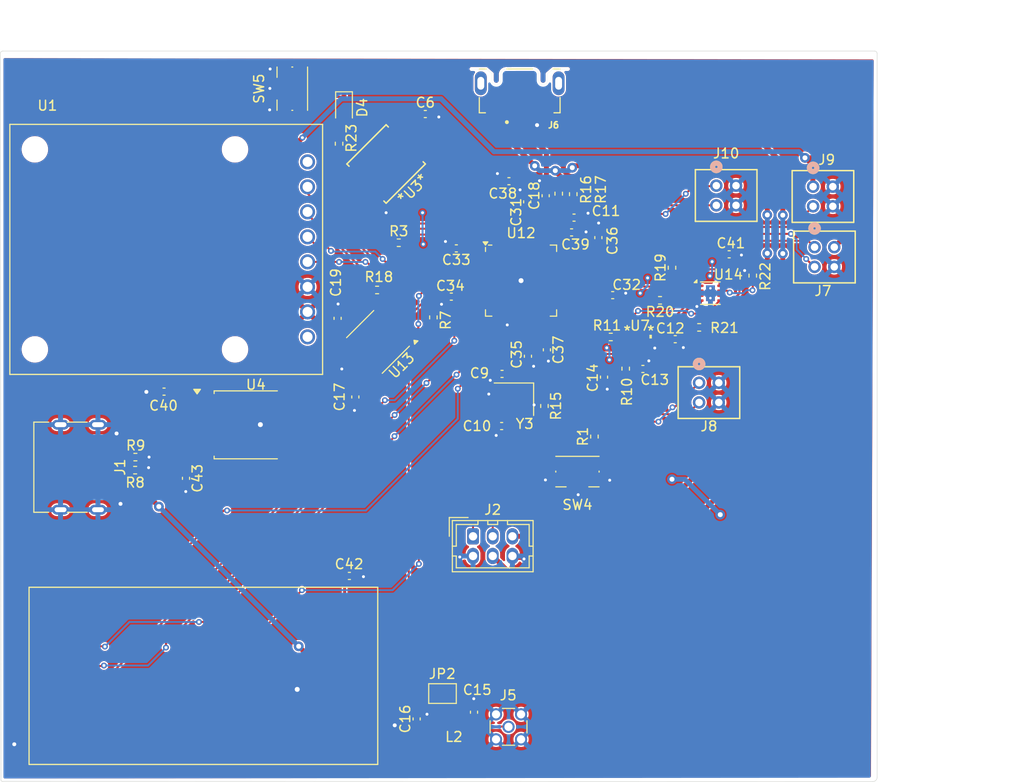
<source format=kicad_pcb>
(kicad_pcb (version 20241229) (generator "pcbnew") (generator_version "9.0")
  (layers (0 "F.Cu" signal) (2 "B.Cu" signal) (13 "F.Paste" user) (15 "B.Paste" user) (5 "F.SilkS" user "F.Silkscreen") (7 "B.SilkS" user "B.Silkscreen") (1 "F.Mask" user) (3 "B.Mask" user) (25 "Edge.Cuts" user))
  (net 0 "")
  (net 1 "/RP2040 MCU/Crystal In")
  (net 2 "Net-(C10-Pad1)")
  (net 3 "+1V1")
  (net 4 "Net-(U7-C1)")
  (net 5 "Net-(J5-In)")
  (net 6 "Net-(JP2-B)")
  (net 7 "SCL General")
  (net 8 "MicroSD Clock")
  (net 9 "SDA General")
  (net 10 "Cosmic Analog")
  (net 11 "UART Rx")
  (net 12 "UART Tx")
  (net 13 "WDO")
  (net 14 "Power Monitor SDA")
  (net 15 "/RP2040 MCU/Crystal Out")
  (net 16 "Net-(U12-USB_DP)")
  (net 17 "Net-(U12-USB_DM)")
  (net 18 "Power Monitor SCL")
  (net 19 "Temp Alert")
  (net 20 "Net-(U14-A0)")
  (net 21 "/RP2040 MCU/QSPI_SCLK")
  (net 22 "/RP2040 MCU/QSPI_SD0")
  (net 23 "/RP2040 MCU/QSPI_SD1")
  (net 24 "/RP2040 MCU/QSPI_SD2")
  (net 25 "/RP2040 MCU/QSPI_SD3")
  (net 26 "/RP2040 MCU/QSPI_SS")
  (net 28 "IMU SDA{slash}SDI{slash}SCO")
  (net 30 "IMU SCL{slash}SPC")
  (net 33 "RF Reset")
  (net 34 "RF MISO")
  (net 36 "RF DIO4")
  (net 39 "+3.3V")
  (net 40 "RF SCK")
  (net 41 "RF NSS")
  (net 42 "Net-(D4-A)")
  (net 43 "RF MOSI")
  (net 49 "Cosmic Ground")
  (net 50 "Cosmic Power")
  (net 51 "Cosmic2 SCL")
  (net 52 "Cosmic1 SDA")
  (net 53 "USB_DM")
  (net 54 "USB_DP")
  (net 55 "Temp SDA")
  (net 56 "Temp SCL")
  (net 57 "Net-(J1-CC2)")
  (net 58 "Net-(J1-CC1)")
  (net 59 "MicroSD MOSI")
  (net 60 "SWCLK")
  (net 61 "MicroSD CS")
  (net 62 "MicroSD MISO")
  (net 63 "SWD")
  (net 69 "Net-(D4-K)")
  (footprint "1my_footprints:CON4_2X2_UF_DF11_HIR" (layer "F.Cu") (at 167.175 92.174999 180)
    (property "Reference" "J8")
    (property "Value" "Conn_02x02_Top_Bottom")
  )
  (footprint "Capacitor_SMD:C_0402_1005Metric" (layer "F.Cu") (at 149.725 73.795 90)
    (property "Reference" "C31")
    (property "Value" "100n")
  )
  (footprint "Resistor_SMD:R_0402_1005Metric" (layer "F.Cu") (at 136.685 77.95)
    (property "Reference" "R3")
    (property "Value" "10k")
  )
  (footprint "Package_DFN_QFN:QFN-56-1EP_7x7mm_P0.4mm_EP3.2x3.2mm" (layer "F.Cu") (at 149.1 81.8)
    (property "Reference" "U12")
    (property "Value" "RP2040")
  )
  (footprint "Button_Switch_SMD:SW_Push_1P1T-SH_NO_CK_KMR2xxG" (layer "F.Cu") (at 154.825 101.2 180)
    (property "Reference" "SW4")
    (property "Value" "SW_Push_Shielded")
  )
  (footprint "Resistor_SMD:R_0402_1005Metric" (layer "F.Cu") (at 140.2 85.535 90)
    (property "Reference" "R7")
    (property "Value" "10k")
  )
  (footprint "Resistor_SMD:R_0402_1005Metric" (layer "F.Cu") (at 154.4 73.015 -90)
    (property "Reference" "R17")
    (property "Value" "27")
  )
  (footprint "Resistor_SMD:R_0402_1005Metric" (layer "F.Cu") (at 134.485 82.75)
    (property "Reference" "R18")
    (property "Value" "10k")
  )
  (footprint "Connector_USB:USB_C_Receptacle_HRO_TYPE-C-31-M-17" (layer "F.Cu") (at 103.145 100.7525 -90)
    (property "Reference" "J1")
    (property "Value" "USB_C_Receptacle_PowerOnly_6P")
  )
  (footprint "Capacitor_SMD:C_0402_1005Metric" (layer "F.Cu") (at 112.855 93.0775 180)
    (property "Reference" "C40")
    (property "Value" "10u")
  )
  (footprint "Jumper:SolderJumper-2_P1.3mm_Open_Pad1.0x1.5mm" (layer "F.Cu") (at 141.125 123.75 180)
    (property "Reference" "JP2")
    (property "Value" "SolderJumper_2_Open")
  )
  (footprint "Connector_Hirose:Hirose_DF11-6DP-2DSA_2x03_P2.00mm_Vertical" (layer "F.Cu") (at 144.225 107.775)
    (property "Reference" "J2")
    (property "Value" "Conn_02x03_Top_Bottom")
  )
  (footprint "Resistor_SMD:R_0402_1005Metric" (layer "F.Cu") (at 167.185 86.55)
    (property "Reference" "R21")
    (property "Value" "5k")
  )
  (footprint "Capacitor_SMD:C_0402_1005Metric" (layer "F.Cu") (at 144.325 125.645 90)
    (property "Reference" "C15")
    (property "Value" "DNP")
  )
  (footprint "1my_footprints:microUSB" (layer "F.Cu") (at 148.9625 60.3 180)
    (property "Reference" "J6")
    (property "Value" "USB_B_Micro")
    (fp_line (start 4.9 0) (end 3.4 0) (stroke (width 0.01)) (layer "Edge.Cuts"))
    (fp_line (start 3.4 0) (end 2.825 -0.5) (stroke (width 0.01)) (layer "Edge.Cuts"))
    (fp_line (start 2.825 -1.15) (end 2.825 -0.5) (stroke (width 0.01)) (layer "Edge.Cuts"))
    (fp_line (start 1.925 -1.15) (end 1.925 -0.5) (stroke (width 0.01)) (layer "Edge.Cuts"))
    (fp_line (start 0.00053 0.004943) (end 1.3 0) (stroke (width 0.01)) (layer "Edge.Cuts"))
    (fp_line (start 0.00053 0.004943) (end -1.29947 0.004943) (stroke (width 0.01)) (layer "Edge.Cuts"))
    (fp_line (start -1.925 -1.15) (end -1.925 -0.5) (stroke (width 0.01)) (layer "Edge.Cuts"))
    (fp_line (start -2.825 -1.15) (end -2.825 -0.5) (stroke (width 0.01)) (layer "Edge.Cuts"))
    (fp_line (start -3.4 0) (end -2.825 -0.5) (stroke (width 0.01)) (layer "Edge.Cuts"))
    (fp_line (start -4.9 0) (end -3.4 0) (stroke (width 0.01)) (layer "Edge.Cuts"))
    (fp_arc (start 1.925529 -0.504943) (mid 1.717412 -0.122833) (end 1.3 0) (stroke (width 0.01)) (layer "Edge.Cuts"))
    (fp_arc (start 1.925 -1.15) (mid 2.375 -1.6) (end 2.825 -1.15) (stroke (width 0.01)) (layer "Edge.Cuts"))
    (fp_arc (start -1.29947 0.004943) (mid -1.716881 -0.117891) (end -1.924999 -0.5) (stroke (width 0.01)) (layer "Edge.Cuts"))
    (fp_arc (start -2.825 -1.15) (mid -2.375 -1.6) (end -1.925 -1.15) (stroke (width 0.01)) (layer "Edge.Cuts"))
  )
  (footprint "Capacitor_SMD:C_0402_1005Metric" (layer "F.Cu") (at 115.085 101.8825 -90)
    (property "Reference" "C43")
    (property "Value" "10u")
  )
  (footprint "Capacitor_SMD:C_0402_1005Metric" (layer "F.Cu") (at 149.8 89.48 -90)
    (property "Reference" "C35")
    (property "Value" "100n")
  )
  (footprint "Capacitor_SMD:C_0402_1005Metric" (layer "F.Cu") (at 131.67 111.8 180)
    (property "Reference" "C42")
    (property "Value" "100n")
  )
  (footprint "Capacitor_SMD:C_0402_1005Metric" (layer "F.Cu") (at 142.53 78.525 180)
    (property "Reference" "C33")
    (property "Value" "100n")
  )
  (footprint "Resistor_SMD:R_0402_1005Metric" (layer "F.Cu") (at 164.425 80.49 90)
    (property "Reference" "R19")
    (property "Value" "5k")
  )
  (footprint "Capacitor_SMD:C_0402_1005Metric" (layer "F.Cu") (at 130.475 85.63 90)
    (property "Reference" "C19")
    (property "Value" "100nF")
  )
  (footprint "Resistor_SMD:R_0402_1005Metric" (layer "F.Cu") (at 158.21 87.525)
    (property "Reference" "R11")
    (property "Value" "10k")
  )
  (footprint "Package_TO_SOT_SMD:TO-252-2" (layer "F.Cu") (at 121.25 96.45)
    (property "Reference" "U4")
    (property "Value" "BD33FC0FP")
  )
  (footprint "Capacitor_SMD:C_0402_1005Metric" (layer "F.Cu") (at 170.23 79.125 180)
    (property "Reference" "C41")
    (property "Value" "0.01uF")
  )
  (footprint "Resistor_SMD:R_0402_1005Metric" (layer "F.Cu") (at 163.21 83.8 180)
    (property "Reference" "R20")
    (property "Value" "5k")
  )
  (footprint "Button_Switch_SMD:SW_Push_1P1T-SH_NO_CK_KMR2xxG" (layer "F.Cu") (at 125.875 62.3 90)
    (property "Reference" "SW5")
    (property "Value" "SW_Push_Shielded")
  )
  (footprint "Capacitor_SMD:C_0402_1005Metric" (layer "F.Cu") (at 151.725 88.83 -90)
    (property "Reference" "C37")
    (property "Value" "100n")
  )
  (footprint "Capacitor_SMD:C_0402_1005Metric" (layer "F.Cu") (at 139.38 64.875)
    (property "Reference" "C6")
    (property "Value" "100n")
  )
  (footprint "Capacitor_SMD:C_0402_1005Metric" (layer "F.Cu") (at 154.23 76.9)
    (property "Reference" "C39")
    (property "Value" "1u")
  )
  (footprint "Connector_Coaxial:MMCX_Molex_73415-1471_Vertical" (layer "F.Cu") (at 147.83 127.13)
    (property "Reference" "J5")
    (property "Value" "Conn_Coaxial")
  )
  (footprint "Diode_SMD:D_SOD-323F" (layer "F.Cu") (at 131.125 64.225 -90)
    (property "Reference" "D4")
    (property "Value" "NSR0320")
  )
  (footprint "Inductor_SMD:L_0201_0603Metric" (layer "F.Cu") (at 142.28 127.1 180)
    (property "Reference" "L2")
    (property "Value" "DNP")
  )
  (footprint "Capacitor_SMD:C_0402_1005Metric" (layer "F.Cu") (at 151.6 73.175 90)
    (property "Reference" "C18")
    (property "Value" "100n")
  )
  (footprint "Capacitor_SMD:C_0402_1005Metric" (layer "F.Cu") (at 164.755 87.75)
    (property "Reference" "C12")
    (property "Value" "100nF")
  )
  (footprint "Package_SON:WSON-8-1EP_2x2mm_P0.5mm_EP0.9x1.6mm_ThermalVias" (layer "F.Cu") (at 168.325 83.074999)
    (property "Reference" "U14")
    (property "Value" "TMP1075DSG")
  )
  (footprint "Capacitor_SMD:C_0402_1005Metric" (layer "F.Cu") (at 156.95 77.43 90)
    (property "Reference" "C36")
    (property "Value" "100n")
  )
  (footprint "Capacitor_SMD:C_0402_1005Metric" (layer "F.Cu") (at 142.02 83.425 180)
    (property "Reference" "C34")
    (property "Value" "100n")
  )
  (footprint "Capacitor_SMD:C_0402_1005Metric" (layer "F.Cu") (at 138.5 126.33 90)
    (property "Reference" "C16")
    (property "Value" "DNP")
  )
  (footprint "1my_footprints:CON4_2X2_UF_DF11_HIR" (layer "F.Cu") (at 178.749999 72.25 180)
    (property "Reference" "J9")
    (property "Value" "Conn_02x02_Top_Bottom")
  )
  (footprint "Package_SO:SOIC-8_3.9x4.9mm_P1.27mm" (layer "F.Cu") (at 134.575 88.025 -135)
    (property "Reference" "U13")
    (property "Value" "INA219AxD")
  )
  (footprint "Resistor_SMD:R_0402_1005Metric" (layer "F.Cu") (at 152.925 72.965 -90)
    (property "Reference" "R16")
    (property "Value" "27")
  )
  (footprint "Capacitor_SMD:C_0402_1005Metric" (layer "F.Cu") (at 147.13 96.575 180)
    (property "Reference" "C10")
    (property "Value" "15p")
  )
  (footprint "Resistor_SMD:R_0402_1005Metric" (layer "F.Cu") (at 159.725 90.74 90)
    (property "Reference" "R10")
    (property "Value" "10k")
  )
  (footprint "Capacitor_SMD:C_0402_1005Metric" (layer "F.Cu") (at 147.87 71.7 180)
    (property "Reference" "C38")
    (property "Value" "100n")
  )
  (footprint "Capacitor_SMD:C_0402_1005Metric" (layer "F.Cu") (at 161.47 90.775)
    (property "Reference" "C13")
    (property "Value" "220nF")
  )
  (footprint "1my_footprints:CON4_2X2_UF_DF11_HIR" (layer "F.Cu") (at 168.925 72.149999 180)
    (property "Reference" "J10")
    (property "Value" "Conn_02x02_Top_Bottom")
  )
  (footprint "1my_footprints:SON_03AGRTR_STM-L" (layer "F.Cu") (at 161.05 88.2388)
    (property "Reference" "U7")
    (property "Value" "LSM303AGRTR")
  )
  (footprint "Resistor_SMD:R_0402_1005Metric" (layer "F.Cu") (at 172.625 81.29 90)
    (property "Reference" "R22")
    (property "Value" "5k")
  )
  (footprint "Resistor_SMD:R_0402_1005Metric" (layer "F.Cu") (at 130.625 67.89 90)
    (property "Reference" "R23")
    (property "Value" "1k")
  )
  (footprint "1my_footprints:MODULE_254" (layer "F.Cu") (at 113.075 78.625)
    (property "Reference" "U1")
    (property "Value" "254")
  )
  (footprint "Capacitor_SMD:C_0402_1005Metric" (layer "F.Cu") (at 158.405 83.275)
    (property "Reference" "C32")
    (property "Value" "100n")
  )
  (footprint "Capacitor_SMD:C_0402_1005Metric" (layer "F.Cu") (at 157.525 91.605 -90)
    (property "Reference" "C14")
    (property "Value" "100nF")
  )
  (footprint "Resistor_SMD:R_0402_1005Metric" (layer "F.Cu") (at 151.475 94.535 -90)
    (property "Reference" "R15")
    (property "Value" "1k")
  )
  (footprint "Resistor_SMD:R_0402_1005Metric" (layer "F.Cu") (at 156.55 97.64 90)
    (property "Reference" "R1")
    (property "Value" "10k")
  )
  (footprint "1my_footprints:RFM98PW" (layer "F.Cu") (at 116.85 121.45)
    (property "Reference" "U16" (hide yes))
    (property "Value" "RFM98PW" (hide yes))
  )
  (footprint "Resistor_SMD:R_0402_1005Metric" (layer "F.Cu") (at 109.92 101.0525)
    (property "Reference" "R8")
    (property "Value" "5.1k")
  )
  (footprint "Capacitor_SMD:C_0402_1005Metric" (layer "F.Cu") (at 154.48 75.4)
    (property "Reference" "C11")
    (property "Value" "1u")
  )
  (footprint "Resistor_SMD:R_0402_1005Metric" (layer "F.Cu") (at 109.945 99.7275)
    (property "Reference" "R9")
    (property "Value" "5.1k")
  )
  (footprint "1my_footprints:SOIC_208MIL_WIN" (layer "F.Cu") (at 135.4 69.95 45)
    (property "Reference" "U3")
    (property "Value" "W25Q128JVS")
  )
  (footprint "Capacitor_SMD:C_0402_1005Metric" (layer "F.Cu") (at 147.17 91.275 180)
    (property "Reference" "C9")
    (property "Value" "15p")
  )
  (footprint "1my_footprints:CON4_2X2_UF_DF11_HIR" (layer "F.Cu") (at 178.899999 78.4 180)
    (property "Reference" "J7")
    (property "Value" "Conn_02x02_Top_Bottom")
  )
  (footprint "Capacitor_SMD:C_0402_1005Metric" (layer "F.Cu") (at 132.275 93.62 -90)
    (property "Reference" "C17")
    (property "Value" "100nF")
  )
  (footprint "Crystal:Crystal_SMD_3225-4Pin_3.2x2.5mm" (layer "F.Cu") (at 148.375 93.85 180)
    (property "Reference" "Y3")
    (property "Value" "ABM8-272-T3")
  )
  (gr_arc (start 96.226362 58.722662) (mid 96.315464 58.546109) (end 96.5 58.475) (stroke (width 0.05)) (layer "Edge.Cuts"))
  (gr_arc (start 184.998223 58.476777) (mid 185.175 58.55) (end 185.248223 58.726777) (stroke (width 0.05)) (layer "Edge.Cuts"))
  (gr_arc (start 96.47466 132.672959) (mid 96.353044 132.639453) (end 96.3 132.525) (stroke (width 0.05)) (layer "Edge.Cuts"))
  (gr_line (start 184.998223 58.476777) (end 96.5 58.475) (stroke (width 0.05)) (layer "Edge.Cuts"))
  (gr_line (start 96.475 132.675) (end 184.8 132.7) (stroke (width 0.05)) (layer "Edge.Cuts"))
  (gr_line (start 185.25 132.25) (end 185.25 58.725) (stroke (width 0.05)) (layer "Edge.Cuts"))
  (gr_arc (start 185.25 132.25) (mid 185.118198 132.568198) (end 184.8 132.7) (stroke (width 0.05)) (layer "Edge.Cuts"))
  (gr_line (start 96.225 58.722526) (end 96.3 132.525) (stroke (width 0.05)) (layer "Edge.Cuts"))
  (segment (start 148 91.275) (end 148.5 90.775) (width 0.2) (layer "F.Cu") (net 1))
  (segment (start 147.65 91.275) (end 148 91.275) (width 0.2) (layer "F.Cu") (net 1))
  (segment (start 149.475 93) (end 149.475 91.75) (width 0.2) (layer "F.Cu") (net 1))
  (segment (start 148.5 90.775) (end 148.5 85.2375) (width 0.2) (layer "F.Cu") (net 1))
  (segment (start 149.475 91.75) (end 148.5 90.775) (width 0.2) (layer "F.Cu") (net 1))
  (segment (start 150.195 96.325) (end 151.475 95.045) (width 0.2) (layer "F.Cu") (net 2))
  (segment (start 148.9 96.325) (end 150.195 96.325) (width 0.2) (layer "F.Cu") (net 2))
  (segment (start 147.275 94.7) (end 148.9 96.325) (width 0.2) (layer "F.Cu") (net 2))
  (segment (start 148.65 96.575) (end 148.9 96.325) (width 0.2) (layer "F.Cu") (net 2))
  (segment (start 147.61 96.575) (end 148.65 96.575) (width 0.2) (layer "F.Cu") (net 2))
  (segment (start 148.35 71.7) (end 148.35 73.675) (width 0.2) (layer "F.Cu") (net 3))
  (segment (start 148.9 74.225) (end 148.9 78.3625) (width 0.2) (layer "F.Cu") (net 3))
  (segment (start 150.9 78.3625) (end 150.9 77.4) (width 0.2) (layer "F.Cu") (net 3))
  (segment (start 152.9 75.4) (end 154 75.4) (width 0.2) (layer "F.Cu") (net 3))
  (segment (start 149.7 86.6) (end 151.45 88.35) (width 0.2) (layer "F.Cu") (net 3))
  (segment (start 149.7 86.6) (end 149.7 85.2375) (width 0.2) (layer "F.Cu") (net 3))
  (segment (start 150.9 77.4) (end 152.9 75.4) (width 0.2) (layer "F.Cu") (net 3))
  (segment (start 151.45 88.35) (end 151.725 88.35) (width 0.2) (layer "F.Cu") (net 3))
  (segment (start 148.35 73.675) (end 148.9 74.225) (width 0.2) (layer "F.Cu") (net 3))
  (segment (start 160.799937 90.584937) (end 160.99 90.775) (width 0.2) (layer "F.Cu") (net 4))
  (segment (start 160.799937 88.9776) (end 160.799937 90.584937) (width 0.2) (layer "F.Cu") (net 4))
  (segment (start 144.025 127.1) (end 147.8 127.1) (width 0.2) (layer "F.Cu") (net 5))
  (segment (start 147.81 127.15) (end 147.83 127.13) (width 0.2) (layer "F.Cu") (net 5))
  (segment (start 143.475 126.775) (end 141.775 125.075) (width 0.2) (layer "F.Cu") (net 5))
  (segment (start 143.475 126.775) (end 143.475 127.1) (width 0.2) (layer "F.Cu") (net 5))
  (segment (start 144.325 126.125) (end 144.325 126.8) (width 0.2) (layer "F.Cu") (net 5))
  (segment (start 144.325 126.8) (end 144.025 127.1) (width 0.2) (layer "F.Cu") (net 5))
  (segment (start 143.475 127.1) (end 144.025 127.1) (width 0.2) (layer "F.Cu") (net 5))
  (segment (start 147.8 127.1) (end 147.83 127.13) (width 0.2) (layer "F.Cu") (net 5))
  (segment (start 142.6 127.1) (end 143.475 127.1) (width 0.2) (layer "F.Cu") (net 5))
  (segment (start 141.775 125.075) (end 141.775 123.75) (width 0.2) (layer "F.Cu") (net 5))
  (segment (start 140.385 127.1) (end 140.385 127.065) (width 0.2) (layer "F.Cu") (net 6))
  (segment (start 139.6425 127.8425) (end 140.385 127.1) (width 0.2) (layer "F.Cu") (net 6))
  (segment (start 138.535 128.95) (end 139.6425 127.8425) (width 0.2) (layer "F.Cu") (net 6))
  (segment (start 140.385 127.1) (end 141.96 127.1) (width 0.2) (layer "F.Cu") (net 6))
  (segment (start 138.61 126.81) (end 139.6425 127.8425) (width 0.2) (layer "F.Cu") (net 6))
  (segment (start 138.5 126.81) (end 138.61 126.81) (width 0.2) (layer "F.Cu") (net 6))
  (segment (start 140.385 127.065) (end 140.475 126.975) (width 0.2) (layer "F.Cu") (net 6))
  (segment (start 134.45 128.95) (end 138.535 128.95) (width 0.2) (layer "F.Cu") (net 6))
  (segment (start 140.475 126.975) (end 140.475 123.75) (width 0.2) (layer "F.Cu") (net 6))
  (segment (start 165.975 95.375) (end 167.175 94.175) (width 0.2) (layer "F.Cu") (net 7))
  (segment (start 157.625 95.375) (end 165.975 95.375) (width 0.2) (layer "F.Cu") (net 7))
  (segment (start 151.7 85.2375) (end 152.7125 85.2375) (width 0.2) (layer "F.Cu") (net 7))
  (segment (start 155.625 88.15) (end 155.625 93.375) (width 0.2) (layer "F.Cu") (net 7))
  (segment (start 152.7125 85.2375) (end 155.625 88.15) (width 0.2) (layer "F.Cu") (net 7))
  (segment (start 155.625 93.375) (end 157.625 95.375) (width 0.2) (layer "F.Cu") (net 7))
  (segment (start 144.825 80.425) (end 144.95 80.425) (width 0.2) (layer "F.Cu") (net 8))
  (segment (start 127.426 79.895) (end 130.62 79.895) (width 0.2) (layer "F.Cu") (net 8))
  (segment (start 133.425 79.9) (end 134.375 80.85) (width 0.2) (layer "F.Cu") (net 8))
  (segment (start 130.62 79.895) (end 130.625 79.9) (width 0.2) (layer "F.Cu") (net 8))
  (segment (start 144.975 80.4) (end 145.6625 80.4) (width 0.2) (layer "F.Cu") (net 8))
  (segment (start 133.3 79.9) (end 133.425 79.9) (width 0.2) (layer "F.Cu") (net 8))
  (segment (start 144.4 80.85) (end 144.825 80.425) (width 0.2) (layer "F.Cu") (net 8))
  (segment (start 134.375 80.85) (end 144.4 80.85) (width 0.2) (layer "F.Cu") (net 8))
  (segment (start 144.95 80.425) (end 144.975 80.4) (width 0.2) (layer "F.Cu") (net 8))
  (via (at 133.3 79.9) (size 0.6) (drill 0.3) (layers "F.Cu" "B.Cu") (net 8))
  (via (at 130.625 79.9) (size 0.6) (drill 0.3) (layers "F.Cu" "B.Cu") (net 8))
  (segment (start 130.625 79.9) (end 133.3 79.9) (width 0.2) (layer "B.Cu") (net 8))
  (segment (start 157.475 96.125) (end 155.125 93.775) (width 0.2) (layer "F.Cu") (net 9))
  (segment (start 155.125 88.3) (end 153.05 86.225) (width 0.2) (layer "F.Cu") (net 9))
  (segment (start 164.674999 94.675) (end 164.475 94.675) (width 0.2) (layer "F.Cu") (net 9))
  (segment (start 151.7375 86.225) (end 151.3 85.7875) (width 0.2) (layer "F.Cu") (net 9))
  (segment (start 153.05 86.225) (end 151.7375 86.225) (width 0.2) (layer "F.Cu") (net 9))
  (segment (start 151.3 85.7875) (end 151.3 85.2375) (width 0.2) (layer "F.Cu") (net 9))
  (segment (start 155.125 93.775) (end 155.125 88.3) (width 0.2) (layer "F.Cu") (net 9))
  (segment (start 163.05 96.125) (end 157.475 96.125) (width 0.2) (layer "F.Cu") (net 9))
  (segment (start 167.175 92.174999) (end 164.674999 94.675) (width 0.2) (layer "F.Cu") (net 9))
  (via (at 163.05 96.125) (size 0.6) (drill 0.3) (layers "F.Cu" "B.Cu") (net 9))
  (via (at 164.475 94.675) (size 0.6) (drill 0.3) (layers "F.Cu" "B.Cu") (net 9))
  (segment (start 164.475 94.675) (end 163.05 96.1) (width 0.2) (layer "B.Cu") (net 9))
  (segment (start 163.05 96.1) (end 163.05 96.125) (width 0.2) (layer "B.Cu") (net 9))
  (segment (start 178.749999 74.250001) (end 176.65 76.35) (width 0.2) (layer "F.Cu") (net 10))
  (segment (start 162.875 76.35) (end 158.425 80.8) (width 0.2) (layer "F.Cu") (net 10))
  (segment (start 176.65 76.35) (end 162.875 76.35) (width 0.2) (layer "F.Cu") (net 10))
  (segment (start 158.425 80.8) (end 152.5375 80.8) (width 0.2) (layer "F.Cu") (net 10))
  (segment (start 157.475 79.6) (end 162.925 74.15) (width 0.2) (layer "F.Cu") (net 11))
  (segment (start 152.5375 79.6) (end 157.475 79.6) (width 0.2) (layer "F.Cu") (net 11))
  (segment (start 162.925 74.15) (end 168.925 74.15) (width 0.2) (layer "F.Cu") (net 11))
  (segment (start 168.874999 72.2) (end 168.925 72.149999) (width 0.2) (layer "F.Cu") (net 12))
  (segment (start 152.5375 80) (end 158.075 80) (width 0.2) (layer "F.Cu") (net 12))
  (segment (start 165.825 72.975) (end 166.6 72.2) (width 0.2) (layer "F.Cu") (net 12))
  (segment (start 158.075 80) (end 160.125 77.95) (width 0.2) (layer "F.Cu") (net 12))
  (segment (start 160.125 77.95) (end 163.05 75.025) (width 0.2) (layer "F.Cu") (net 12))
  (segment (start 166.6 72.2) (end 168.874999 72.2) (width 0.2) (layer "F.Cu") (net 12))
  (segment (start 163.05 75.025) (end 163.775 75.025) (width 0.2) (layer "F.Cu") (net 12))
  (via (at 163.775 75.025) (size 0.6) (drill 0.3) (layers "F.Cu" "B.Cu") (net 12))
  (via (at 165.825 72.975) (size 0.6) (drill 0.3) (layers "F.Cu" "B.Cu") (net 12))
  (segment (start 163.775 75.025) (end 165.825 72.975) (width 0.2) (layer "B.Cu") (net 12))
  (segment (start 156.55 97.13) (end 156.255 97.13) (width 0.2) (layer "F.Cu") (net 13))
  (segment (start 150.9 85.2375) (end 150.9 86.05) (width 0.2) (layer "F.Cu") (net 13))
  (segment (start 152.9 86.8) (end 154.625 88.525) (width 0.2) (layer "F.Cu") (net 13))
  (segment (start 156.475 100.4) (end 156.875 100.4) (width 0.2) (layer "F.Cu") (net 13))
  (segment (start 154.625 98.55) (end 152.775 100.4) (width 0.2) (layer "F.Cu") (net 13))
  (segment (start 154.625 95.5) (end 154.625 98.55) (width 0.2) (layer "F.Cu") (net 13))
  (segment (start 150.9 86.05) (end 151.65 86.8) (width 0.2) (layer "F.Cu") (net 13))
  (segment (start 151.65 86.8) (end 152.9 86.8) (width 0.2) (layer "F.Cu") (net 13))
  (segment (start 154.625 98.55) (end 156.475 100.4) (width 0.2) (layer "F.Cu") (net 13))
  (segment (start 156.255 97.13) (end 154.625 95.5) (width 0.2) (layer "F.Cu") (net 13))
  (segment (start 154.625 88.525) (end 154.625 94.35) (width 0.2) (layer "F.Cu") (net 13))
  (segment (start 154.625 94.35) (end 154.625 95.5) (width 0.2) (layer "F.Cu") (net 13))
  (segment (start 140.2125 82.9375) (end 139.9625 83.1875) (width 0.2) (layer "F.Cu") (net 14))
  (segment (start 138.2125 84.9375) (end 139.9625 83.1875) (width 0.2) (layer "F.Cu") (net 14))
  (segment (start 140.2 85.025) (end 140.2 82.95) (width 0.2) (layer "F.Cu") (net 14))
  (segment (start 136.774102 86.723924) (end 136.774102 86.375898) (width 0.2) (layer "F.Cu") (net 14))
  (segment (start 136.774102 86.723924) (end 137.076076 86.723924) (width 0.2) (layer "F.Cu") (net 14))
  (segment (start 136.774102 86.375898) (end 138.2125 84.9375) (width 0.2) (layer "F.Cu") (net 14))
  (segment (start 138.2 84.95) (end 138.2125 84.9375) (width 0.2) (layer "F.Cu") (net 14))
  (segment (start 140.75 82.4) (end 140.2125 82.9375) (width 0.2) (layer "F.Cu") (net 14))
  (segment (start 140.2 82.95) (end 140.2125 82.9375) (width 0.2) (layer "F.Cu") (net 14))
  (segment (start 136.751974 84.95) (end 138.2 84.95) (width 0.2) (layer "F.Cu") (net 14))
  (segment (start 140.75 82.4) (end 145.6625 82.4) (width 0.2) (layer "F.Cu") (net 14))
  (segment (start 135.876076 85.825898) (end 136.751974 84.95) (width 0.2) (layer "F.Cu") (net 14))
  (segment (start 148.9 90.425) (end 151.35 92.875) (width 0.2) (layer "F.Cu") (net 15))
  (segment (start 151.475 92.975) (end 151.475 94.025) (width 0.2) (layer "F.Cu") (net 15))
  (segment (start 148.9 85.2375) (end 148.9 90.425) (width 0.2) (layer "F.Cu") (net 15))
  (segment (start 151.35 92.875) (end 151.375 92.875) (width 0.2) (layer "F.Cu") (net 15))
  (segment (start 151.375 92.875) (end 151.475 92.975) (width 0.2) (layer "F.Cu") (net 15))
  (segment (start 152.925 73.775) (end 152.925 73.475) (width 0.3) (layer "F.Cu") (net 16))
  (segment (start 150.1 76.6) (end 150.1 78.3625) (width 0.2) (layer "F.Cu") (net 16))
  (segment (start 150.1 76.6) (end 152.925 73.775) (width 0.3) (layer "F.Cu") (net 16))
  (segment (start 153.075 74.525) (end 153.625 74.525) (width 0.3) (layer "F.Cu") (net 17))
  (segment (start 150.5 77.1) (end 153.075 74.525) (width 0.3) (layer "F.Cu") (net 17))
  (segment (start 154.4 73.75) (end 154.4 73.525) (width 0.3) (layer "F.Cu") (net 17))
  (segment (start 153.625 74.525) (end 154.4 73.75) (width 0.3) (layer "F.Cu") (net 17))
  (segment (start 150.5 78.3625) (end 150.5 77.1) (width 0.2) (layer "F.Cu") (net 17))
  (segment (start 137.903051 87.621949) (end 137.672128 87.621949) (width 0.2) (layer "F.Cu") (net 18))
  (segment (start 137.672128 87.621949) (end 137.672128 87.602872) (width 0.2) (layer "F.Cu") (net 18))
  (segment (start 140.075 82) (end 140.2 82) (width 0.2) (layer "F.Cu") (net 18))
  (segment (start 137.672128 87.602872) (end 138.675 86.6) (width 0.2) (layer "F.Cu") (net 18))
  (segment (start 140.2 82) (end 137.905922 82) (width 0.2) (layer "F.Cu") (net 18))
  (segment (start 138.725 83.35) (end 140.075 82) (width 0.2) (layer "F.Cu") (net 18))
  (segment (start 138.675 86.6) (end 138.675 86.2) (width 0.2) (layer "F.Cu") (net 18))
  (segment (start 137.905923 82) (end 137.615461 82.290461) (width 0.2) (layer "F.Cu") (net 18))
  (segment (start 137.905922 82) (end 137.615461 82.290461) (width 0.2) (layer "F.Cu") (net 18))
  (segment (start 137.155922 82.75) (end 137.615461 82.290461) (width 0.2) (layer "F.Cu") (net 18))
  (segment (start 137.615461 82.290461) (end 134.978051 84.927872) (width 0.2) (layer "F.Cu") (net 18))
  (segment (start 145.6625 82) (end 140.2 82) (width 0.2) (layer "F.Cu") (net 18))
  (segment (start 134.995 82.75) (end 137.155922 82.75) (width 0.2) (layer "F.Cu") (net 18))
  (via (at 138.725 83.35) (size 0.6) (drill 0.3) (layers "F.Cu" "B.Cu") (net 18))
  (via (at 138.675 86.2) (size 0.6) (drill 0.3) (layers "F.Cu" "B.Cu") (net 18))
  (segment (start 138.675 83.4) (end 138.725 83.35) (width 0.2) (layer "B.Cu") (net 18))
  (segment (start 138.675 86.2) (end 138.675 83.4) (width 0.2) (layer "B.Cu") (net 18))
  (segment (start 157.7 86.05) (end 164.125 86.05) (width 0.2) (layer "F.Cu") (net 19))
  (segment (start 152.5375 83.6) (end 155.25 83.6) (width 0.2) (layer "F.Cu") (net 19))
  (segment (start 165.075 86.55) (end 166.675 86.55) (width 0.2) (layer "F.Cu") (net 19))
  (segment (start 164.375 85.85) (end 165.075 86.55) (width 0.2) (layer "F.Cu") (net 19))
  (segment (start 164.125 86.05) (end 164.325 85.85) (width 0.2) (layer "F.Cu") (net 19))
  (segment (start 155.25 83.6) (end 157.7 86.05) (width 0.2) (layer "F.Cu") (net 19))
  (segment (start 166.85 83.325) (end 167.375 83.324999) (width 0.2) (layer "F.Cu") (net 19))
  (segment (start 164.325 85.85) (end 164.375 85.85) (width 0.2) (layer "F.Cu") (net 19))
  (segment (start 164.325 85.85) (end 166.85 83.325) (width 0.2) (layer "F.Cu") (net 19))
  (segment (start 170.2875 83.0125) (end 170.099999 82.824999) (width 0.2) (layer "F.Cu") (net 20))
  (segment (start 170.099999 82.824999) (end 169.275 82.824999) (width 0.2) (layer "F.Cu") (net 20))
  (segment (start 172.625 82.75) (end 172.6 82.775) (width 0.2) (layer "F.Cu") (net 20))
  (segment (start 172.625 81.8) (end 172.625 82.75) (width 0.2) (layer "F.Cu") (net 20))
  (via (at 170.2875 83.0125) (size 0.6) (drill 0.3) (layers "F.Cu" "B.Cu") (net 20))
  (via (at 172.6 82.775) (size 0.6) (drill 0.3) (layers "F.Cu" "B.Cu") (net 20))
  (segment (start 170.2875 83.0125) (end 170.35 83.075) (width 0.2) (layer "B.Cu") (net 20))
  (segment (start 170.35 83.075) (end 171.675 83.075) (width 0.2) (layer "B.Cu") (net 20))
  (segment (start 171.675 83.075) (end 171.975 82.775) (width 0.2) (layer "B.Cu") (net 20))
  (segment (start 171.975 82.775) (end 172.6 82.775) (width 0.2) (layer "B.Cu") (net 20))
  (segment (start 138.556721 67.691304) (end 140.491304 67.691304) (width 0.2) (layer "F.Cu") (net 21))
  (segment (start 140.491304 67.691304) (end 148.1 75.3) (width 0.2) (layer "F.Cu") (net 21))
  (segment (start 148.1 75.3) (end 148.1 78.3625) (width 0.2) (layer "F.Cu") (net 21))
  (segment (start 138.426346 67.821679) (end 138.556721 67.691304) (width 0.2) (layer "F.Cu") (net 21))
  (segment (start 147.7 75.8) (end 140.619705 68.719705) (width 0.2) (layer "F.Cu") (net 22))
  (segment (start 147.7 78.3625) (end 147.7 75.8) (width 0.2) (layer "F.Cu") (net 22))
  (segment (start 140.619705 68.719705) (end 139.324372 68.719705) (width 0.2) (layer "F.Cu") (net 22))
  (segment (start 146.9 77.8) (end 146.9 78.3625) (width 0.2) (layer "F.Cu") (net 23))
  (segment (start 145.625 76.525) (end 146.9 77.8) (width 0.2) (layer "F.Cu") (net 23))
  (segment (start 132.373654 72.078321) (end 132.1 72.351975) (width 0.2) (layer "F.Cu") (net 23))
  (segment (start 132.1 72.351975) (end 132.1 74.4) (width 0.2) (layer "F.Cu") (net 23))
  (segment (start 132.1 74.4) (end 134.225 76.525) (width 0.2) (layer "F.Cu") (net 23))
  (segment (start 134.225 76.525) (end 145.625 76.525) (width 0.2) (layer "F.Cu") (net 23))
  (segment (start 132.9 73.348025) (end 132.9 74.45) (width 0.2) (layer "F.Cu") (net 24))
  (segment (start 133.271679 72.976346) (end 132.9 73.348025) (width 0.2) (layer "F.Cu") (net 24))
  (segment (start 147.3 77.35) (end 147.3 78.3625) (width 0.2) (layer "F.Cu") (net 24))
  (segment (start 134.45 76) (end 145.95 76) (width 0.2) (layer "F.Cu") (net 24))
  (segment (start 132.9 74.45) (end 134.45 76) (width 0.2) (layer "F.Cu") (net 24))
  (segment (start 145.95 76) (end 147.3 77.35) (width 0.2) (layer "F.Cu") (net 24))
  (segment (start 148.5 74.725) (end 140.568278 66.793278) (width 0.2) (layer "F.Cu") (net 25))
  (segment (start 140.568278 66.793278) (end 137.658697 66.793278) (width 0.2) (layer "F.Cu") (net 25))
  (segment (start 148.5 78.3625) (end 148.5 74.725) (width 0.2) (layer "F.Cu") (net 25))
  (segment (start 137.658697 66.793278) (end 137.528321 66.923654) (width 0.2) (layer "F.Cu") (net 25))
  (segment (start 131.345253 74.420253) (end 134.05 77.125) (width 0.2) (layer "F.Cu") (net 26))
  (segment (start 137.195 77.95) (end 137.225 77.95) (width 0.2) (layer "F.Cu") (net 26))
  (segment (start 145.2625 77.125) (end 146.5 78.3625) (width 0.2) (layer "F.Cu") (net 26))
  (segment (start 137.225 77.95) (end 138.05 77.125) (width 0.2) (layer "F.Cu") (net 26))
  (segment (start 130.625 70.329667) (end 130.625 68.4) (width 0.2) (layer "F.Cu") (net 26))
  (segment (start 138.05 77.125) (end 145.2625 77.125) (width 0.2) (layer "F.Cu") (net 26))
  (segment (start 134.05 77.125) (end 138.05 77.125) (width 0.2) (layer "F.Cu") (net 26))
  (segment (start 131.475628 71.180295) (end 130.625 70.329667) (width 0.2) (layer "F.Cu") (net 26))
  (segment (start 131.475628 71.180295) (end 131.345253 71.31067) (width 0.2) (layer "F.Cu") (net 26))
  (segment (start 131.345253 71.31067) (end 131.345253 74.420253) (width 0.2) (layer "F.Cu") (net 26))
  (segment (start 152.5375 84.4) (end 152.5375 84.4375) (width 0.2) (layer "F.Cu") (net 28))
  (segment (start 160.050189 89.25) (end 160.3112 88.988989) (width 0.2) (layer "F.Cu") (net 28))
  (segment (start 159.725 89.575189) (end 160.050189 89.25) (width 0.2) (layer "F.Cu") (net 28))
  (segment (start 152.5375 84.4375) (end 157.35 89.25) (width 0.2) (layer "F.Cu") (net 28))
  (segment (start 159.725 90.23) (end 159.725 89.575189) (width 0.2) (layer "F.Cu") (net 28))
  (segment (start 157.35 89.25) (end 160.050189 89.25) (width 0.2) (layer "F.Cu") (net 28))
  (segment (start 158.72 87.525) (end 158.72 87.145) (width 0.2) (layer "F.Cu") (net 30))
  (segment (start 158.72 87.145) (end 158.15 86.575) (width 0.2) (layer "F.Cu") (net 30))
  (segment (start 159.397589 86.575) (end 159 86.575) (width 0.2) (layer "F.Cu") (net 30))
  (segment (start 159 86.575) (end 158.15 86.575) (width 0.2) (layer "F.Cu") (net 30))
  (segment (start 158.15 86.575) (end 157.4 86.575) (width 0.2) (layer "F.Cu") (net 30))
  (segment (start 157.4 86.575) (end 154.825 84) (width 0.2) (layer "F.Cu") (net 30))
  (segment (start 160.3112 87.488611) (end 159.397589 86.575) (width 0.2) (layer "F.Cu") (net 30))
  (segment (start 154.825 84) (end 152.5375 84) (width 0.2) (layer "F.Cu") (net 30))
  (segment (start 143.8 92.525) (end 143.8 96.45) (width 0.2) (layer "F.Cu") (net 33))
  (segment (start 146.9 89.425) (end 143.8 92.525) (width 0.2) (layer "F.Cu") (net 33))
  (segment (start 146.9 85.2375) (end 146.9 89.425) (width 0.2) (layer "F.Cu") (net 33))
  (segment (start 138.725 101.525) (end 138.725 110.575) (width 0.2) (layer "F.Cu") (net 33))
  (segment (start 143.8 96.45) (end 138.725 101.525) (width 0.2) (layer "F.Cu") (net 33))
  (segment (start 126.85 113.25) (end 115.15 124.95) (width 0.2) (layer "F.Cu") (net 33))
  (segment (start 115.15 124.95) (end 99.45 124.95) (width 0.2) (layer "F.Cu") (net 33))
  (via (at 126.85 113.25) (size 0.6) (drill 0.3) (layers "F.Cu" "B.Cu") (net 33))
  (via (at 138.725 110.575) (size 0.6) (drill 0.3) (layers "F.Cu" "B.Cu") (net 33))
  (segment (start 138.725 110.575) (end 136.05 113.25) (width 0.2) (layer "B.Cu") (net 33))
  (segment (start 136.05 113.25) (end 126.85 113.25) (width 0.2) (layer "B.Cu") (net 33))
  (segment (start 145.925 85.8125) (end 146.5 85.2375) (width 0.2) (layer "F.Cu") (net 34))
  (segment (start 99.775 116.625) (end 107.475 116.625) (width 0.2) (layer "F.Cu") (net 34))
  (segment (start 99.45 116.95) (end 99.775 116.625) (width 0.2) (layer "F.Cu") (net 34))
  (segment (start 107.475 116.625) (end 107.475 116.6) (width 0.2) (layer "F.Cu") (net 34))
  (segment (start 118.925 105.15) (end 119.25 105.15) (width 0.2) (layer "F.Cu") (net 34))
  (segment (start 107.475 116.6) (end 118.925 105.15) (width 0.2) (layer "F.Cu") (net 34))
  (segment (start 145.925 89.525) (end 145.925 85.8125) (width 0.2) (layer "F.Cu") (net 34))
  (segment (start 142.675 92.775) (end 145.925 89.525) (width 0.2) (layer "F.Cu") (net 34))
  (via (at 142.675 92.775) (size 0.6) (drill 0.3) (layers "F.Cu" "B.Cu") (net 34))
  (via (at 119.25 105.15) (size 0.6) (drill 0.3) (layers "F.Cu" "B.Cu") (net 34))
  (segment (start 133.35 105.15) (end 119.25 105.15) (width 0.2) (layer "B.Cu") (net 34))
  (segment (start 142.675 92.775) (end 142.675 95.825) (width 0.2) (layer "B.Cu") (net 34))
  (segment (start 142.675 95.825) (end 133.35 105.15) (width 0.2) (layer "B.Cu") (net 34))
  (segment (start 144.65 83.2) (end 145.6625 83.2) (width 0.2) (layer "F.Cu") (net 36))
  (segment (start 137.699 90.151) (end 144.65 83.2) (width 0.2) (layer "F.Cu") (net 36))
  (segment (start 134.45 122.95) (end 134.702 122.95) (width 0.2) (layer "F.Cu") (net 36))
  (segment (start 137.699 119.953) (end 137.699 90.151) (width 0.2) (layer "F.Cu") (net 36))
  (segment (start 134.702 122.95) (end 137.699 119.953) (width 0.2) (layer "F.Cu") (net 36))
  (segment (start 145.6625 79.2) (end 144.4 79.2) (width 0.2) (layer "F.Cu") (net 39))
  (segment (start 151.3 78.3625) (end 151.3 77.6) (width 0.2) (layer "F.Cu") (net 39))
  (segment (start 149.7 78.3625) (end 149.7 77.05) (width 0.2) (layer "F.Cu") (net 39))
  (segment (start 146.6 79.2) (end 146.975 79.575) (width 0.2) (layer "F.Cu") (net 39))
  (segment (start 149.3 86.975) (end 149.4 87.075) (width 0.2) (layer "F.Cu") (net 39))
  (segment (start 144.4 79.2) (end 144.3 79.1) (width 0.2) (layer "F.Cu") (net 39))
  (segment (start 146.8 82.8) (end 146.85 82.75) (width 0.2) (layer "F.Cu") (net 39))
  (segment (start 152.5375 79.2) (end 152 79.2) (width 0.2) (layer "F.Cu") (net 39))
  (segment (start 151.3 78.9) (end 150.875 79.325) (width 0.2) (layer "F.Cu") (net 39))
  (segment (start 149.7 77.05) (end 149.65 77) (width 0.2) (layer "F.Cu") (net 39))
  (segment (start 153.125 79.2) (end 153.675 78.65) (width 0.2) (layer "F.Cu") (net 39))
  (segment (start 151.7 78.3625) (end 151.7 77.85) (width 0.2) (layer "F.Cu") (net 39))
  (segment (start 151.7 79.075) (end 151.3 79.475) (width 0.2) (layer "F.Cu") (net 39))
  (segment (start 145.6625 79.2) (end 146.6 79.2) (width 0.2) (layer "F.Cu") (net 39))
  (segment (start 151.7 77.85) (end 152.2 77.35) (width 0.2) (layer "F.Cu") (net 39))
  (segment (start 151.45 82.8) (end 152.5375 82.8) (width 0.2) (layer "F.Cu") (net 39))
  (segment (start 149.3 84.075) (end 149.275 84.05) (width 0.2) (layer "F.Cu") (net 39))
  (segment (start 151.3 79.475) (end 151.225 79.475) (width 0.2) (layer "F.Cu") (net 39))
  (segment (start 149.3 78.3625) (end 149.3 79.375) (width 0.2) (layer "F.Cu") (net 39))
  (segment (start 152.5375 82.8) (end 156.3 82.8) (width 0.2) (layer "F.Cu") (net 39))
  (segment (start 149.3 77.2) (end 149.45 77.05) (width 0.2) (layer "F.Cu") (net 39))
  (segment (start 149.3 85.2375) (end 149.3 86.625) (width 0.2) (layer "F.Cu") (net 39))
  (segment (start 151.8375 79.3625) (end 151.5625 79.6375) (width 0.2) (layer "F.Cu") (net 39))
  (segment (start 151.3 77.6) (end 151.7 77.2) (width 0.2) (layer "F.Cu") (net 39))
  (segment (start 149.3 78.3625) (end 149.3 77.2) (width 0.2) (layer "F.Cu") (net 39))
  (segment (start 149.7 78.3625) (end 149.7 79.45) (width 0.2) (layer "F.Cu") (net 39))
  (segment (start 145.6625 82.8) (end 144.3 82.8) (width 0.2) (layer "F.Cu") (net 39))
  (segment (start 149.3 85.2375) (end 149.3 84.075) (width 0.2) (layer "F.Cu") (net 39))
  (segment (start 152.5375 79.2) (end 153.125 79.2) (width 0.2) (layer "F.Cu") (net 39))
  (segment (start 151.7 78.3625) (end 151.7 79.075) (width 0.2) (layer "F.Cu") (net 39))
  (segment (start 151.35 82.9) (end 151.45 82.8) (width 0.2) (layer "F.Cu") (net 39))
  (segment (start 149.3 86.625) (end 149.3 86.975) (width 0.2) (layer "F.Cu") (net 39))
  (segment (start 151.3 78.3625) (end 151.3 78.9) (width 0.2) (layer "F.Cu") (net 39))
  (segment (start 149.3 79.375) (end 149.25 79.425) (width 0.2) (layer "F.Cu") (net 39))
  (segment (start 145.6625 82.8) (end 146.8 82.8) (width 0.2) (layer "F.Cu") (net 39))
  (segment (start 152 79.2) (end 151.8375 79.3625) (width 0.2) (layer "F.Cu") (net 39))
  (segment (start 156.3 82.8) (end 156.55 83.05) (width 0.2) (layer "F.Cu") (net 39))
  (via (at 139.1 74.9) (size 0.6) (drill 0.3) (layers "F.Cu" "B.Cu") (net 39))
  (via (at 161.95 81.525) (size 0.6) (drill 0.3) (layers "F.Cu" "B.Cu") (net 39))
  (via (at 168.275 81.325) (size 0.6) (drill 0.3) (layers "F.Cu" "B.Cu") (net 39))
  (via (at 169.325 105.575) (size 1) (drill 0.5) (layers "F.Cu" "B.Cu") (net 39))
  (via (at 158.075 89.85) (size 0.6) (drill 0.3) (layers "F.Cu" "B.Cu") (net 39))
  (via (at 168.5 79.875) (size 0.6) (drill 0.3) (layers "F.Cu" "B.Cu") (net 39))
  (via (at 161.2 83.075) (size 0.6) (drill 0.3) (layers "F.Cu" "B.Cu") (net 39))
  (via (at 139.175 78.1) (size 0.6) (drill 0.3) (layers "F.Cu" "B.Cu") (net 39))
  (via (at 157.8 88.625) (size 0.6) (drill 0.3) (layers "F.Cu" "B.Cu") (net 39))
  (via (at 164.425 101.975) (size 1) (drill 0.5) (layers "F.Cu" "B.Cu") (net 39))
  (segment (start 165.725 101.975) (end 164.425 101.975) (width 0.5) (layer "B.Cu") (net 39))
  (segment (start 169.325 105.575) (end 165.725 101.975) (width 0.5) (layer "B.Cu") (net 39))
  (segment (start 158.075 88.9) (end 157.8 88.625) (width 0.2) (layer "B.Cu") (net 39))
  (segment (start 168.5 79.875) (end 168.5 81.1) (width 0.2) (layer "B.Cu") (net 39))
  (segment (start 139.1 77.875) (end 139.1 74.9) (width 0.2) (layer "B.Cu") (net 39))
  (segment (start 139.175 77.95) (end 139.1 77.875) (width 0.2) (layer "B.Cu") (net 39))
  (segment (start 139.175 78.1) (end 139.175 77.95) (width 0.2) (layer "B.Cu") (net 39))
  (segment (start 158.075 89.85) (end 158.075 88.9) (width 0.2) (layer "B.Cu") (net 39))
  (segment (start 161.95 81.525) (end 161.95 82.325) (width 0.2) (layer "B.Cu") (net 39))
  (segment (start 161.95 82.325) (end 161.2 83.075) (width 0.2) (layer "B.Cu") (net 39))
  (segment (start 168.5 81.1) (end 168.275 81.325) (width 0.2) (layer "B.Cu") (net 39))
  (segment (start 143.525 85.575) (end 145.1 84) (width 0.2) (layer "F.Cu") (net 40))
  (segment (start 139.5 92.2) (end 143.525 88.175) (width 0.2) (layer "F.Cu") (net 40))
  (segment (start 106.7 120.95) (end 106.75 120.9) (width 0.2) (layer "F.Cu") (net 40))
  (segment (start 113.05 118.659619) (end 136.262275 95.447344) (width 0.2) (layer "F.Cu") (net 40))
  (segment (start 143.525 88.175) (end 143.525 85.575) (width 0.2) (layer "F.Cu") (net 40))
  (segment (start 113.05 119.075) (end 113.05 118.659619) (width 0.2) (layer "F.Cu") (net 40))
  (segment (start 99.45 120.95) (end 106.7 120.95) (width 0.2) (layer "F.Cu") (net 40))
  (segment (start 145.1 84) (end 145.6625 84) (width 0.2) (layer "F.Cu") (net 40))
  (via (at 106.75 120.9) (size 0.6) (drill 0.3) (layers "F.Cu" "B.Cu") (net 40))
  (via (at 136.262275 95.447344) (size 0.6) (drill 0.3) (layers "F.Cu" "B.Cu") (net 40))
  (via (at 113.05 119.075) (size 0.6) (drill 0.3) (layers "F.Cu" "B.Cu") (net 40))
  (via (at 139.5 92.2) (size 0.6) (drill 0.3) (layers "F.Cu" "B.Cu") (net 40))
  (segment (start 139.5 92.2) (end 139.2 92.5) (width 0.2) (layer "B.Cu") (net 40))
  (segment (start 106.75 120.9) (end 111.225 120.9) (width 0.2) (layer "B.Cu") (net 40))
  (segment (start 111.225 120.9) (end 113.05 119.075) (width 0.2) (layer "B.Cu") (net 40))
  (segment (start 139.2 92.5) (end 139.2 92.509619) (width 0.2) (layer "B.Cu") (net 40))
  (segment (start 139.2 92.509619) (end 136.262275 95.447344) (width 0.2) (layer "B.Cu") (net 40))
  (segment (start 99.45 122.95) (end 106.275 122.95) (width 0.2) (layer "F.Cu") (net 41))
  (segment (start 144.9329 83.6) (end 142.325 86.2079) (width 0.2) (layer "F.Cu") (net 41))
  (segment (start 106.275 122.95) (end 135.275 93.95) (width 0.2) (layer "F.Cu") (net 41))
  (segment (start 145.6625 83.6) (end 144.9329 83.6) (width 0.2) (layer "F.Cu") (net 41))
  (segment (start 142.325 86.2079) (end 142.325 87.9) (width 0.2) (layer "F.Cu") (net 41))
  (via (at 135.275 93.95) (size 0.6) (drill 0.3) (layers "F.Cu" "B.Cu") (net 41))
  (via (at 142.325 87.9) (size 0.6) (drill 0.3) (layers "F.Cu" "B.Cu") (net 41))
  (segment (start 136.275 93.95) (end 142.325 87.9) (width 0.2) (layer "B.Cu") (net 41))
  (segment (start 142.325 87.9) (end 142.325 87.925) (width 0.2) (layer "B.Cu") (net 41))
  (segment (start 135.275 93.95) (end 136.275 93.95) (width 0.2) (layer "B.Cu") (net 41))
  (segment (start 130.625 67.38) (end 130.625 65.825) (width 0.2) (layer "F.Cu") (net 42))
  (segment (start 130.625 65.825) (end 131.125 65.325) (width 0.2) (layer "F.Cu") (net 42))
  (segment (start 116.4 116.5) (end 116.275 116.625) (width 0.2) (layer "F.Cu") (net 43))
  (segment (start 144.65 85.4125) (end 145.6625 84.4) (width 0.2) (layer "F.Cu") (net 43))
  (segment (start 144.65 89.25) (end 144.65 85.4125) (width 0.2) (layer "F.Cu") (net 43))
  (segment (start 142.55 91.35) (end 144.65 89.25) (width 0.2) (layer "F.Cu") (net 43))
  (segment (start 117.425 116.475) (end 136.25 97.65) (width 0.2) (layer "F.Cu") (net 43))
  (segment (start 99.45 118.95) (end 106.825 118.95) (width 0.2) (layer "F.Cu") (net 43))
  (segment (start 136.25 97.65) (end 136.25 97.6) (width 0.2) (layer "F.Cu") (net 43))
  (segment (start 106.825 118.95) (end 106.85 118.975) (width 0.2) (layer "F.Cu") (net 43))
  (segment (start 116.4 116.475) (end 116.4 116.5) (width 0.2) (layer "F.Cu") (net 43))
  (segment (start 116.4 116.475) (end 117.425 116.475) (width 0.2) (layer "F.Cu") (net 43))
  (via (at 116.4 116.475) (size 0.6) (drill 0.3) (layers "F.Cu" "B.Cu") (net 43))
  (via (at 142.55 91.35) (size 0.6) (drill 0.3) (layers "F.Cu" "B.Cu") (net 43))
  (via (at 136.25 97.6) (size 0.6) (drill 0.3) (layers "F.Cu" "B.Cu") (net 43))
  (via (at 106.85 118.975) (size 0.6) (drill 0.3) (layers "F.Cu" "B.Cu") (net 43))
  (segment (start 116.4 116.475) (end 109.35 116.475) (width 0.2) (layer "B.Cu") (net 43))
  (segment (start 136.25 97.6) (end 142.5 91.35) (width 0.2) (layer "B.Cu") (net 43))
  (segment (start 109.35 116.475) (end 106.85 118.975) (width 0.2) (layer "B.Cu") (net 43))
  (segment (start 142.5 91.35) (end 142.55 91.35) (width 0.2) (layer "B.Cu") (net 43))
  (segment (start 171.625 79.05) (end 171.475 79.2) (width 0.2) (layer "F.Cu") (net 49))
  (segment (start 144.125 109.875) (end 144.225 109.775) (width 0.2) (layer "F.Cu") (net 49))
  (segment (start 107.36 98.0025) (end 108.035 97.3275) (width 0.4) (layer "F.Cu") (net 49))
  (segment (start 144.3 125.14) (end 144.325 125.165) (width 0.2) (layer "F.Cu") (net 49))
  (segment (start 132.15 111.8) (end 133.025 111.8) (width 0.2) (layer "F.Cu") (net 49))
  (segment (start 124.45 62.3) (end 123.625 62.3) (width 0.2) (layer "F.Cu") (net 49))
  (segment (start 162.513863 88.488863) (end 162.675 88.65) (width 0.2) (layer "F.Cu") (net 49))
  (segment (start 111.035 101.0525) (end 110.43 101.0525) (width 0.2) (layer "F.Cu") (net 49))
  (segment (start 106.325 98.0025) (end 107.36 98.0025) (width 0.4) (layer "F.Cu") (net 49))
  (segment (start 146.95 93.325) (end 147.275 93) (width 0.2) (layer "F.Cu") (net 49))
  (segment (start 130.9 90.775) (end 132.723026 90.775) (width 0.2) (layer "F.Cu") (net 49))
  (segment (start 154.825 103.475) (end 154.9 103.55) (width 0.2) (layer "F.Cu") (net 49))
  (segment (start 161.7888 88.488863) (end 162.513863 88.488863) (width 0.2) (layer "F.Cu") (net 49))
  (segment (start 158.025 102) (end 158.1 102.075) (width 0.2) (layer "F.Cu") (net 49))
  (segment (start 149.6125 64.8875) (end 150.725 66) (width 0.3) (layer "F.Cu") (net 49))
  (segment (start 147.39 71.7) (end 147.39 71.615) (width 0.2) (layer "F.Cu") (net 49))
  (segment (start 115.085 103.2025) (end 115.06 103.2275) (width 0.2) (layer "F.Cu") (net 49))
  (segment (start 149.35 73.175) (end 149.585 73.175) (width 0.2) (layer "F.Cu") (net 49))
  (segment (start 150.375 90.5) (end 150.375 90.335) (width 0.2) (layer "F.Cu") (net 49))
  (segment (start 123.675 60.25) (end 123.625 60.3) (width 0.2) (layer "F.Cu") (net 49))
  (segment (start 157.525 92.5) (end 157.85 92.825) (width 0.2) (layer "F.Cu") (net 49))
  (segment (start 149 72.825) (end 149 72.575) (width 0.2) (layer "F.Cu") (net 49))
  (segment (start 97.65 128.9) (end 99.4 128.9) (width 0.2) (layer "F.Cu") (net 49))
  (segment (start 147.39 71.615) (end 146.7 70.925) (width 0.2) (layer "F.Cu") (net 49))
  (segment (start 166.95 84.425) (end 167.375 84) (width 0.2) (layer "F.Cu") (net 49))
  (segment (start 146.625 91.275) (end 145.975 91.925) (width 0.2) (layer "F.Cu") (net 49))
  (segment (start 148.1 85.9) (end 147.7 86.3) (width 0.2) (layer "F.Cu") (net 49))
  (segment (start 144.3 124.275) (end 144.3 125.14) (width 0.2) (layer "F.Cu") (net 49))
  (segment (start 171.8 80.775) (end 172.375 80.775) (width 0.2) (layer "F.Cu") (net 49))
  (segment (start 165.235 87.75) (end 165.235 88.26) (width 0.2) (layer "F.Cu") (net 49))
  (segment (start 156.875 102) (end 158.025 102) (width 0.2) (layer "F.Cu") (net 49))
  (segment (start 150.375 90.5) (end 150.275 90.6) (width 0.2) (layer "F.Cu") (net 49))
  (segment (start 149.585 73.175) (end 149.725 73.315) (width 0.2) (layer "F.Cu") (net 49))
  (segment (start 149.35 73.175) (end 149 72.825) (width 0.2) (layer "F.Cu") (net 49))
  (segment (start 146.575 96.65) (end 146.65 96.575) (width 0.2) (layer "F.Cu") (net 49))
  (segment (start 140.45 64.875) (end 140.75 65.175) (width 0.2) (layer "F.Cu") (net 49))
  (segment (start 170.785 79.2) (end 170.71 79.125) (width 0.2) (layer "F.Cu") (net 49))
  (segment (start 158.885 83.275) (end 159.525 83.275) (width 0.2) (layer "F.Cu") (net 49))
  (segment (start 112.35 93.1025) (end 112.375 93.0775) (width 0.2) (layer "F.Cu") (net 49))
  (segment (start 136.25 126.95) (end 136.275 126.975) (width 0.2) (layer "F.Cu") (net 49))
  (segment (start 152.725 102.05) (end 152.775 102) (width 0.2) (layer "F.Cu") (net 49))
  (segment (start 134.374372 73.874372) (end 135.4 74.9) (width 0.2) (layer "F.Cu") (net 49))
  (segment (start 126 123.7) (end 126.375 123.325) (width 0.5) (layer "F.Cu") (net 49))
  (segment (start 108.435 104.4775) (end 107.46 103.5025) (width 0.4) (layer "F.Cu") (net 49))
  (segment (start 130.525 84.175) (end 130.525 85.1) (width 0.2) (layer "F.Cu") (net 49))
  (segment (start 142.875 109.875) (end 144.125 109.875) (width 0.2) (layer "F.Cu") (net 49))
  (segment (start 149.85 73.3) (end 149.87 73.32) (width 0.2) (layer "F.Cu") (net 49))
  (segment (start 132.348924 89.326076) (end 130.9 90.775) (width 0.2) (layer "F.Cu") (net 49))
  (segment (start 150.375 90.335) (end 149.8 89.76) (width 0.2) (layer "F.Cu") (net 49))
  (segment (start 130.525 85.1) (end 130.475 85.15) (width 0.2) (layer "F.Cu") (net 49))
  (segment (start 154.76 76.85) (end 154.71 76.9) (width 0.2) (layer "F.Cu") (net 49))
  (segment (start 148.525 110.075) (end 148.225 109.775) (width 0.2) (layer "F.Cu") (net 49))
  (segment (start 141.54 83.425) (end 141.54 83.685) (width 0.2) (layer "F.Cu") (net 49))
  (segment (start 125.075 64.35) (end 123.675 64.35) (width 0.2) (layer "F.Cu") (net 49))
  (segment (start 157.525 92.06) (end 157.525 92.5) (width 0.2) (layer "F.Cu") (net 49))
  (segment (start 125.075 60.25) (end 123.675 60.25) (width 0.2) (layer "F.Cu") (net 49))
  (segment (start 150.2625 65.5375) (end 150.725 66) (width 0.2) (layer "F.Cu") (net 49))
  (segment (start 150.15 94.7) (end 149.475 94.7) (width 0.2) (layer "F.Cu") (net 49))
  (segment (start 132.275 94.9) (end 132.275 94.1) (width 0.2) (layer "F.Cu") (net 49))
  (segment (start 123.675 64.35) (end 123.575 64.45) (width 0.2) (layer "F.Cu") (net 49))
  (segment (start 159.525 83.275) (end 159.725 83.075) (width 0.2) (layer "F.Cu") (net 49))
  (segment (start 132.375898 89.326076) (end 132.348924 89.326076) (width 0.2) (layer "F.Cu") (net 49))
  (segment (start 145.825 93.325) (end 146.95 93.325) (width 0.2) (layer "F.Cu") (net 49))
  (segment (start 146.69 91.275) (end 146.625 91.275) (width 0.2) (layer "F.Cu") (net 49))
  (segment (start 154.96 75.4) (end 155.45 75.4) (width 0.2) (layer "F.Cu") (net 49))
  (segment (start 122.8825 123.7) (end 126 123.7) (width 0.5) (layer "F.Cu") (net 49))
  (segment (start 154.825 102.625) (end 154.825 103.475) (width 0.2) (layer "F.Cu") (net 49))
  (segment (start 151.575 102.05) (end 152.725 102.05) (width 0.2) (layer "F.Cu") (net 49))
  (segment (start 107.46 103.5025) (end 106.325 103.5025) (width 0.4) (layer "F.Cu") (net 49))
  (segment (start 151.725 89.825) (end 151.875 89.975) (width 0.2) (layer "F.Cu") (net 49))
  (segment (start 150.425 94.425) (end 150.15 94.7) (width 0.2) (layer "F.Cu") (net 49))
  (segment (start 134.45 126.95) (end 136.25 126.95) (width 0.2) (layer "F.Cu") (net 49))
  (segment (start 161.300063 88.9776) (end 161.300063 89.425063) (width 0.2) (layer "F.Cu") (net 49))
  (segment (start 161.95 90.775) (end 161.95 90.075) (width 0.2) (layer "F.Cu") (net 49))
  (segment (start 149.6125 64.41) (end 149.6125 64.8875) (width 0.2) (layer "F.Cu") (net 49))
  (segment (start 123.625 62.3) (end 123.6 62.275) (width 0.2) (layer "F.Cu") (net 49))
  (segment (start 151.725 89.31) (end 151.725 89.825) (width 0.2) (layer "F.Cu") (net 49))
  (segment (start 161.95 90.075) (end 162.075 89.95) (width 0.2) (layer "F.Cu") (net 49))
  (segment (start 99.4 128.9) (end 99.45 128.95) (width 0.2) (layer "F.Cu") (net 49))
  (segment (start 172.38 80.78) (end 172.625 80.78) (width 0.2) (layer "F.Cu") (net 49))
  (segment (start 172.375 80.775) (end 172.38 80.78) (width 0.2) (layer "F.Cu") (net 49))
  (segment (start 132.723026 90.775) (end 133.273924 90.224102) (width 0.2) (layer "F.Cu") (net 49))
  (segment (start 139.86 64.875) (end 140.45 64.875) (width 0.2) (layer "F.Cu") (net 49))
  (segment (start 138.5 125.85) (end 139.55 125.85) (width 0.2) (layer "F.Cu") (net 49))
  (segment (start 134.169705 73.874372) (end 134.374372 73.874372) (width 0.2) (layer "F.Cu") (net 49))
  (segment (start 141.54 83.685) (end 141.025 84.2) (width 0.2) (layer "F.Cu") (net 49))
  (segment (start 150.2625 64.41) (end 150.2625 65.5375) (width 0.3) (layer "F.Cu") (net 49))
  (segment (start 141.425 77.825) (end 141.425 77.9) (width 0.2) (layer "F.Cu") (net 49))
  (segment (start 146.575 97.525) (end 146.575 96.65) (width 0.2) (layer "F.Cu") (net 49))
  (segment (start 151.45 72.125) (end 150.975 71.65) (width 0.2) (layer "F.Cu") (net 49))
  (segment (start 161.300063 89.425063) (end 161.825 89.95) (width 0.2) (layer "F.Cu") (net 49))
  (segment (start 165.235 88.26) (end 165.575 88.6) (width 0.2) (layer "F.Cu") (net 49))
  (segment (start 111.335 99.7275) (end 110.455 99.7275) (width 0.2) (layer "F.Cu") (net 49))
  (segment (start 157.535 92.06) (end 157.525 92.06) (width 0.2) (layer "F.Cu") (net 49))
  (segment (start 156.975 76.925) (end 156.95 76.95) (width 0.2) (layer "F.Cu") (net 49))
  (segment (start 151.45 72.5) (end 151.45 72.125) (width 0.2) (layer "F.Cu") (net 49))
  (segment (start 111.285 100.8025) (end 111.035 101.0525) (width 0.2) (layer "F.Cu") (net 49))
  (segment (start 156.975 75.95) (end 156.975 76.925) (width 0.2) (layer "F.Cu") (net 49))
  (segment (start 111.06 93.1025) (end 112.35 93.1025) (width 0.3) (layer "F.Cu") (net 49))
  (segment (start 133.025 111.8) (end 133.1 111.875) (width 0.2) (layer "F.Cu") (net 49))
  (segment (start 171.475 79.2) (end 170.785 79.2) (width 0.2) (layer "F.Cu") (net 49))
  (segment (start 167.375 84) (end 167.375 83.825) (width 0.2) (layer "F.Cu") (net 49))
  (segment (start 141.425 77.9) (end 142.05 78.525) (width 0.2) (layer "F.Cu") (net 49))
  (segment (start 155.45 75.4) (end 155.9 74.95) (width 0.2) (layer "F.Cu") (net 49))
  (segment (start 149.4 110.075) (end 148.525 110.075) (width 0.2) (layer "F.Cu") (net 49))
  (segment (start 148.1 85.2375) (end 148.1 85.9) (width 0.2) (layer "F.Cu") (net 49))
  (segment (start 161.825 89.95) (end 162.075 89.95) (width 0.2) (layer "F.Cu") (net 49))
  (segment (start 155.7 76.85) (end 154.76 76.85) (width 0.2) (layer "F.Cu") (net 49))
  (segment (start 115.085 102.3625) (end 115.085 103.2025) (width 0.2) (layer "F.Cu") (net 49))
  (segment (start 132.1875 94.9875) (end 132.275 94.9) (width 0.2) (layer "F.Cu") (net 49))
  (via (at 144.3 124.275) (size 0.6) (drill 0.3) (layers "F.Cu" "B.Cu") (net 49))
  (via (at 111.06 93.1025) (size 0.8) (drill 0.4) (layers "F.Cu" "B.Cu") (net 49))
  (via (at 97.65 128.9) (size 0.8) (drill 0.4) (layers "F.Cu" "B.Cu") (net 49))
  (via (at 136.275 126.975) (size 0.8) (drill 0.4) (layers "F.Cu" "B.Cu") (net 49))
  (via (at 130.525 84.175) (size 0.6) (drill 0.3) (layers "F.Cu" "B.Cu") (net 49))
  (via (at 123.6 62.275) (size 0.6) (drill 0.3) (layers "F.Cu" "B.Cu") (net 49))
  (via (at 155.7 76.85) (size 0.6) (drill 0.3) (layers "F.Cu" "B.Cu") (net 49))
  (via (at 155.9 74.95) (size 0.6) (drill 0.3) (layers "F.Cu" "B.Cu") (net 49))
  (via (at 130.9 90.775) (size 0.6) (drill 0.3) (layers "F.Cu" "B.Cu") (net 49))
  (via (at 149.1 81.8) (size 1) (drill 0.5) (layers "F.Cu" "B.Cu") (net 49))
  (via (at 149.4 110.075) (size 0.6) (drill 0.3) (layers "F.Cu" "B.Cu") (net 49))
  (via (at 154.9 103.55) (size 0.6) (drill 0.3) (layers "F.Cu" "B.Cu") (net 49))
  (via (at 111.285 100.8025) (size 0.6) (drill 0.3) (layers "F.Cu" "B.Cu") (net 49))
  (via (at 162.675 88.65) (size 0.6) (drill 0.3) (layers "F.Cu" "B.Cu") (net 49))
  (via (at 133.1 111.875) (size 0.6) (drill 0.3) (layers "F.Cu" "B.Cu") (net 49))
  (via (at 150.425 94.425) (size 0.6) (drill 0.3) (layers "F.Cu" "B.Cu") (net 49))
  (via (at 139.55 125.85) (size 0.6) (drill 0.3) (layers "F.Cu" "B.Cu") (net 49))
  (via (at 145.825 93.325) (size 0.6) (drill 0.3) (layers "F.Cu" "B.Cu") (net 49))
  (via (at 135.4 74.9) (size 0.6) (drill 0.3) (layers "F.Cu" "B.Cu") (net 49))
  (via (at 122.635 96.4275) (size 1) (drill 0.5) (layers "F.Cu" "B.Cu") (net 49))
  (via (at 126.375 123.325) (size 1) (drill 0.5) (layers "F.Cu" "B.Cu") (net 49))
  (via (at 171.475 79.2) (size 0.6) (drill 0.3) (layers "F.Cu" "B.Cu") (net 49))
  (via (at 132.1875 94.9875) (size 0.6) (drill 0.3) (layers "F.Cu" "B.Cu") (net 49))
  (via (at 115.06 103.2275) (size 0.6) (drill 0.3) (layers "F.Cu" "B.Cu") (net 49))
  (via (at 123.625 60.3) (size 0.6) (drill 0.3) (layers "F.Cu" "B.Cu") (net 49))
  (via (at 142.875 109.875) (size 0.6) (drill 0.3) (layers "F.Cu" "B.Cu") (net 49))
  (via (at 140.75 65.175) (size 0.6) (drill 0.3) (layers "F.Cu" "B.Cu") (net 49))
  (via (at 108.035 97.3275) (size 0.8) (drill 0.4) (layers "F.Cu" "B.Cu") (net 49))
  (via (at 123.575 64.45) (size 0.6) (drill 0.3) (layers "F.Cu" "B.Cu") (net 49))
  (via (at 149 72.575) (size 0.6) (drill 0.3) (layers "F.Cu" "B.Cu") (net 49))
  (via (at 141.025 84.2) (size 0.6) (drill 0.3) (layers "F.Cu" "B.Cu") (net 49))
  (via (at 108.435 104.4775) (size 0.8) (drill 0.4) (layers "F.Cu" "B.Cu") (net 49))
  (via (at 166.95 84.425) (size 0.6) (drill 0.3) (layers "F.Cu" "B.Cu") (net 49))
  (via (at 150.725 66) (size 0.8) (drill 0.4) (layers "F.Cu" "B.Cu") (net 49))
  (via (at 147.7 86.3) (size 0.6) (drill 0.3) (layers "F.Cu" "B.Cu") (net 49))
  (via (at 146.575 97.525) (size 0.6) (drill 0.3) (layers "F.Cu" "B.Cu") (net 49))
  (via (at 150.375 90.5) (size 0.6) (drill 0.3) (layers "F.Cu" "B.Cu") (net 49))
  (via (at 150.975 71.65) (size 0.6) (drill 0.3) (layers "F.Cu" "B.Cu") (net 49))
  (via (at 157.85 92.825) (size 0.6) (drill 0.3) (layers "F.Cu" "B.Cu") (net 49))
  (via (at 165.575 88.6) (size 0.6) (drill 0.3) (layers "F.Cu" "B.Cu") (net 49))
  (via (at 145.975 91.925) (size 0.6) (drill 0.3) (layers "F.Cu" "B.Cu") (net 49))
  (via (at 159.725 83.075) (size 0.6) (drill 0.3) (layers "F.Cu" "B.Cu") (net 49))
  (via (at 151.875 89.975) (size 0.6) (drill 0.3) (layers "F.Cu" "B.Cu") (net 49))
  (via (at 171.8 80.775) (size 0.6) (drill 0.3) (layers "F.Cu" "B.Cu") (net 49))
  (via (at 146.7 70.925) (size 0.6) (drill 0.3) (layers "F.Cu" "B.Cu") (net 49))
  (via (at 158.1 102.075) (size 0.6) (drill 0.3) (layers "F.Cu" "B.Cu") (net 49))
  (via (at 162.075 89.95) (size 0.6) (drill 0.3) (layers "F.Cu" "B.Cu") (net 49))
  (via (at 156.975 75.95) (size 0.6) (drill 0.3) (layers "F.Cu" "B.Cu") (net 49))
  (via (at 141.425 77.825) (size 0.6) (drill 0.3) (layers "F.Cu" "B.Cu") (net 49))
  (via (at 151.575 102.05) (size 0.6) (drill 0.3) (layers "F.Cu" "B.Cu") (net 49))
  (via (at 111.335 99.7275) (size 0.6) (drill 0.3) (layers "F.Cu" "B.Cu") (net 49))
  (segment (start 114.06 94.17) (end 114.56 94.17) (width 0.5) (layer "F.Cu") (net 50))
  (segment (start 106.325 99.2325) (end 107.905 99.2325) (width 0.5) (layer "F.Cu") (net 50))
  (segment (start 107.905 99.2325) (end 112.9675 94.17) (width 0.5) (layer "F.Cu") (net 50))
  (segment (start 177.925 69.325) (end 177.975 69.325) (width 0.5) (layer "F.Cu") (net 50))
  (segment (start 112.41 97.97) (end 116.21 94.17) (width 0.5) (layer "F.Cu") (net 50))
  (segment (start 112.9675 94.17) (end 114.06 94.17) (width 0.5) (layer "F.Cu") (net 50))
  (segment (start 116.21 94.17) (end 117.5 92.88) (width 0.5) (layer "F.Cu") (net 50))
  (segment (start 131.19 116.285) (end 127.525 119.95) (width 0.3) (layer "F.Cu") (net 50))
  (segment (start 114.4275 94.17) (end 114.56 94.17) (width 0.2) (layer "F.Cu") (net 50))
  (segment (start 183.15 71.75) (end 183.15 76.15) (width 0.5) (layer "F.Cu") (net 50))
  (segment (start 131.19 111.8) (end 131.19 116.285) (width 0.3) (layer "F.Cu") (net 50))
  (segment (start 106.325 102.2725) (end 111.365 102.2725) (width 0.5) (layer "F.Cu") (net 50))
  (segment (start 128.525 120.95) (end 134.45 120.95) (width 0.5) (layer "F.Cu") (net 50))
  (segment (start 127.525 119.95) (end 128.525 120.95) (width 0.5) (layer "F.Cu") (net 50))
  (segment (start 111.365 102.2725) (end 112.41 101.2275) (width 0.5) (layer "F.Cu") (net 50))
  (segment (start 126.525 118.95) (end 127.525 119.95) (width 0.5) (layer "F.Cu") (net 50))
  (segment (start 177.975 69.325) (end 178.724999 70.074999) (width 0.5) (layer "F.Cu") (net 50))
  (segment (start 111.365 103.79) (end 111.365 102.2725) (width 0.5) (layer "F.Cu") (net 50))
  (segment (start 178.724999 70.074999) (end 178.724999 72.225) (width 0.5) (layer "F.Cu") (net 50))
  (segment (start 177.925 69.325) (end 180.725 69.325) (width 0.5) (layer "F.Cu") (net 50))
  (segment (start 113.335 93.0775) (end 114.4275 94.17) (width 0.3) (layer "F.Cu") (net 50))
  (segment (start 117.5 76.675) (end 126.9 67.275) (width 0.5) (layer "F.Cu") (net 50))
  (segment (start 180.725 69.325) (end 183.15 71.75) (width 0.5) (layer "F.Cu") (net 50))
  (segment (start 117.5 92.88) (end 117.5 78.5) (width 0.5) (layer "F.Cu") (net 50))
  (segment (start 114.56 94.17) (end 116.21 94.17) (width 0.5) (layer "F.Cu") (net 50))
  (segment (start 178.724999 72.225) (end 178.749999 72.25) (width 0.5) (layer "F.Cu") (net 50))
  (segment (start 183.15 76.15) (end 180.9 78.4) (width 0.5) (layer "F.Cu") (net 50))
  (segment (start 112.325 104.75) (end 111.365 103.79) (width 0.5) (layer "F.Cu") (net 50))
  (segment (start 112.41 101.2275) (end 112.41 97.97) (width 0.5) (layer "F.Cu") (net 50))
  (segment (start 117.5 78.5) (end 117.5 76.675) (width 0.5) (layer "F.Cu") (net 50))
  (via (at 112.325 104.75) (size 1) (drill 0.5) (layers "F.Cu" "B.Cu") (net 50))
  (via (at 126.525 118.95) (size 1) (drill 0.5) (layers "F.Cu" "B.Cu") (net 50))
  (via (at 177.925 69.325) (size 1) (drill 0.5) (layers "F.Cu" "B.Cu") (net 50))
  (via (at 126.9 67.275) (size 0.6) (drill 0.3) (layers "F.Cu" "B.Cu") (net 50))
  (segment (start 140.975 63.325) (end 146.35 68.7) (width 0.5) (layer "B.Cu") (net 50))
  (segment (start 126.9 67.275) (end 130.85 63.325) (width 0.5) (layer "B.Cu") (net 50))
  (segment (start 146.35 68.7) (end 177.3 68.7) (width 0.5) (layer "B.Cu") (net 50))
  (segment (start 130.85 63.325) (end 140.975 63.325) (width 0.5) (layer "B.Cu") (net 50))
  (segment (start 126.525 118.95) (end 112.325 104.75) (width 0.5) (layer "B.Cu") (net 50))
  (segment (start 177.3 68.7) (end 177.925 69.325) (width 0.5) (layer "B.Cu") (net 50))
  (segment (start 178.05 79.6) (end 178.850001 80.400001) (width 0.2) (layer "F.Cu") (net 51))
  (segment (start 163.2 77.05) (end 158.65 81.6) (width 0.2) (layer "F.Cu") (net 51))
  (segment (start 176.5 77.05) (end 163.2 77.05) (width 0.2) (layer "F.Cu") (net 51))
  (segment (start 158.65 81.6) (end 152.5375 81.6) (width 0.2) (layer "F.Cu") (net 51))
  (segment (start 178.850001 80.400001) (end 178.899999 80.400001) (width 0.2) (layer "F.Cu") (net 51))
  (via (at 178.05 79.6) (size 0.6) (drill 0.3) (layers "F.Cu" "B.Cu") (net 51))
  (via (at 176.5 77.05) (size 0.6) (drill 0.3) (layers "F.Cu" "B.Cu") (net 51))
  (segment (start 177.075 77.625) (end 177.075 78.625) (width 0.2) (layer "B.Cu") (net 51))
  (segment (start 177.075 78.625) (end 178.05 79.6) (width 0.2) (layer "B.Cu") (net 51))
  (segment (start 176.5 77.05) (end 177.075 77.625) (width 0.2) (layer "B.Cu") (net 51))
  (segment (start 178.249999 77.75) (end 163.375 77.75) (width 0.2) (layer "F.Cu") (net 52))
  (segment (start 159.125 82) (end 152.5375 82) (width 0.2) (layer "F.Cu") (net 52))
  (segment (start 163.375 77.75) (end 159.125 82) (width 0.2) (layer "F.Cu") (net 52))
  (segment (start 178.899999 78.4) (end 178.249999 77.75) (width 0.2) (layer "F.Cu") (net 52))
  (segment (start 152.575 70.68) (end 154.4 72.505) (width 0.5) (layer "F.Cu") (net 53))
  (segment (start 174.1 79.025) (end 174.1 94.275) (width 0.5) (layer "F.Cu") (net 53))
  (segment (start 174.1 71.925) (end 172.3 70.125) (width 0.5) (layer "F.Cu") (net 53))
  (segment (start 148.3125 67.9625) (end 148.3125 64.41) (width 0.5) (layer "F.Cu") (net 53))
  (segment (start 172.3 70.125) (end 154.5 70.125) (width 0.5) (layer "F.Cu") (net 53))
  (segment (start 152.575 70.625) (end 152.575 70.68) (width 0.5) (layer "F.Cu") (net 53))
  (segment (start 154.5 70.125) (end 154.3 70.325) (width 0.5) (layer "F.Cu") (net 53))
  (segment (start 174.1 75.125) (end 174.1 71.925) (width 0.5) (layer "F.Cu") (net 53))
  (segment (start 150.4875 70.1375) (end 148.3125 67.9625) (width 0.5) (layer "F.Cu") (net 53))
  (segment (start 174.1 94.275) (end 160.6 107.775) (width 0.5) (layer "F.Cu") (net 53))
  (segment (start 160.6 107.775) (end 148.225 107.775) (width 0.5) (layer "F.Cu") (net 53))
  (via (at 174.1 79.025) (size 1) (drill 0.5) (layers "F.Cu" "B.Cu") (net 53))
  (via (at 150.4875 70.1375) (size 1) (drill 0.5) (layers "F.Cu" "B.Cu") (net 53))
  (via (at 154.3 70.325) (size 1) (drill 0.5) (layers "F.Cu" "B.Cu") (net 53))
  (via (at 152.575 70.625) (size 1) (drill 0.5) (layers "F.Cu" "B.Cu") (net 53))
  (via (at 174.1 75.125) (size 1) (drill 0.5) (layers "F.Cu" "B.Cu") (net 53))
  (segment (start 152.575 70.625) (end 154 70.625) (width 0.5) (layer "B.Cu") (net 53))
  (segment (start 152.575 70.625) (end 150.975 70.625) (width 0.5) (layer "B.Cu") (net 53))
  (segment (start 154 70.625) (end 154.3 70.325) (width 0.5) (layer "B.Cu") (net 53))
  (segment (start 174.1 75.125) (end 174.1 79.025) (width 0.5) (layer "B.Cu") (net 53))
  (segment (start 150.975 70.625) (end 150.4875 70.1375) (width 0.5) (layer "B.Cu") (net 53))
  (segment (start 175.675 97.1) (end 159.025 113.75) (width 0.5) (layer "F.Cu") (net 54))
  (segment (start 172.6875 66.9375) (end 149.8375 66.9375) (width 0.5) (layer "F.Cu") (net 54))
  (segment (start 175.7 69.95) (end 172.6875 66.9375) (width 0.5) (layer "F.Cu") (net 54))
  (segment (start 151.675 68.775) (end 149.8375 66.9375) (width 0.5) (layer "F.Cu") (net 54))
  (segment (start 150.2 113.75) (end 146.225 109.775) (width 0.5) (layer "F.Cu") (net 54))
  (segment (start 146.225 110.075) (end 146.225 109.775) (width 0.5) (layer "F.Cu") (net 54))
  (segment (start 151.675 71.205) (end 152.925 72.455) (width 0.5) (layer "F.Cu") (net 54))
  (segment (start 151.675 68.775) (end 151.675 71.205) (width 0.5) (layer "F.Cu") (net 54))
  (segment (start 148.9625 66.0625) (end 148.9625 64.41) (width 0.5) (layer "F.Cu") (net 54))
  (segment (start 175.675 79.05) (end 175.675 97.1) (width 0.5) (layer "F.Cu") (net 54))
  (segment (start 159.025 113.75) (end 150.2 113.75) (width 0.5) (layer "F.Cu") (net 54))
  (segment (start 175.675 75.15) (end 175.675 69.975) (width 0.5) (layer "F.Cu") (net 54))
  (segment (start 149.8375 66.9375) (end 148.9625 66.0625) (width 0.5) (layer "F.Cu") (net 54))
  (segment (start 175.675 69.975) (end 175.7 69.95) (width 0.5) (layer "F.Cu") (net 54))
  (via (at 175.675 79.05) (size 1) (drill 0.5) (layers "F.Cu" "B.Cu") (net 54))
  (via (at 175.675 75.15) (size 1) (drill 0.5) (layers "F.Cu" "B.Cu") (net 54))
  (segment (start 175.675 75.15) (end 175.675 79.05) (width 0.5) (layer "B.Cu") (net 54))
  (segment (start 167.025 80.65) (end 165.275 82.4) (width 0.2) (layer "F.Cu") (net 55))
  (segment (start 170.025 83.75) (end 169.599999 83.324999) (width 0.2) (layer "F.Cu") (net 55))
  (segment (start 165.275 82.4) (end 165.175 82.4) (width 0.2) (layer "F.Cu") (net 55))
  (segment (start 170.625 83.75) (end 171.275 83.1) (width 0.2) (layer "F.Cu") (net 55))
  (segment (start 165.175 82.4) (end 165.425 82.4) (width 0.2) (layer "F.Cu") (net 55))
  (segment (start 164.425 81) (end 164.425 81.85) (width 0.2) (layer "F.Cu") (net 55))
  (segment (start 165.425 82.4) (end 166.375 82.4) (width 0.2) (layer "F.Cu") (net 55))
  (segment (start 171.275 83.1) (end 171.275 82) (width 0.2) (layer "F.Cu") (net 55))
  (segment (start 171.275 82) (end 169.925 80.65) (width 0.2) (layer "F.Cu") (net 55))
  (segment (start 169.599999 83.324999) (end 169.275 83.324999) (width 0.2) (layer "F.Cu") (net 55))
  (segment (start 169.925 80.65) (end 167.025 80.65) (width 0.2) (layer "F.Cu") (net 55))
  (segment (start 166.375 82.4) (end 167.299998 82.4) (width 0.2) (layer "F.Cu") (net 55))
  (segment (start 170.025 83.75) (end 170.625 83.75) (width 0.2) (layer "F.Cu") (net 55))
  (segment (start 164.425 81.85) (end 163.875 82.4) (width 0.2) (layer "F.Cu") (net 55))
  (segment (start 167.299998 82.4) (end 167.375 82.324998) (width 0.2) (layer "F.Cu") (net 55))
  (segment (start 152.5375 82.4) (end 163.875 82.4) (width 0.2) (layer "F.Cu") (net 55))
  (segment (start 163.875 82.4) (end 165.175 82.4) (width 0.2) (layer "F.Cu") (net 55))
  (segment (start 152.5375 83.2) (end 155.675 83.2) (width 0.2) (layer "F.Cu") (net 56))
  (segment (start 166.400001 82.824999) (end 167.375 82.824999) (width 0.2) (layer "F.Cu") (net 56))
  (segment (start 163.625 85.6) (end 165.4375 83.7875) (width 0.2) (layer "F.Cu") (net 56))
  (segment (start 158.825 85.6) (end 160 85.6) (width 0.2) (layer "F.Cu") (net 56))
  (segment (start 165.425 83.8) (end 165.4375 83.7875) (width 0.2) (layer "F.Cu") (net 56))
  (segment (start 158.075 85.6) (end 158.825 85.6) (width 0.2) (layer "F.Cu") (net 56))
  (segment (start 165.7125 83.5125) (end 166.400001 82.824999) (width 0.2) (layer "F.Cu") (net 56))
  (segment (start 160.25 85.6) (end 160 85.6) (width 0.2) (layer "F.Cu") (net 56))
  (segment (start 165.4375 83.7875) (end 165.7125 83.5125) (width 0.2) (layer "F.Cu") (net 56))
  (segment (start 163.72 83.8) (end 165.425 83.8) (width 0.2) (layer "F.Cu") (net 56))
  (segment (start 165.425 83.8) (end 165.7125 83.5125) (width 0.2) (layer "F.Cu") (net 56))
  (segment (start 160.975 84.875) (end 160.25 85.6) (width 0.2) (layer "F.Cu") (net 56))
  (segment (start 160 85.6) (end 163.625 85.6) (width 0.2) (layer "F.Cu") (net 56))
  (segment (start 155.675 83.2) (end 158.075 85.6) (width 0.2) (layer "F.Cu") (net 56))
  (segment (start 169.275 83.825) (end 167.95 85.15) (width 0.2) (layer "F.Cu") (net 56))
  (segment (start 167.95 85.15) (end 166.375 85.15) (width 0.2) (layer "F.Cu") (net 56))
  (via (at 166.375 85.15) (size 0.6) (drill 0.3) (layers "F.Cu" "B.Cu") (net 56))
  (via (at 160.975 84.875) (size 0.6) (drill 0.3) (layers "F.Cu" "B.Cu") (net 56))
  (segment (start 165.9 84.875) (end 160.975 84.875) (width 0.2) (layer "B.Cu") (net 56))
  (segment (start 166.375 85.15) (end 166.175 85.15) (width 0.2) (layer "B.Cu") (net 56))
  (segment (start 166.175 85.15) (end 165.9 84.875) (width 0.2) (layer "B.Cu") (net 56))
  (segment (start 109.21 101.2525) (end 109.41 101.0525) (width 0.2) (layer "F.Cu") (net 57))
  (segment (start 106.325 101.2525) (end 109.21 101.2525) (width 0.2) (layer "F.Cu") (net 57))
  (segment (start 106.325 101.2525) (end 106.425 101.1525) (width 0.2) (layer "F.Cu") (net 57))
  (segment (start 106.325 100.2525) (end 108.91 100.2525) (width 0.2) (layer "F.Cu") (net 58))
  (segment (start 108.91 100.2525) (end 109.435 99.7275) (width 0.2) (layer "F.Cu") (net 58))
  (segment (start 127.426 74.815) (end 127.426 75.076) (width 0.2) (layer "F.Cu") (net 59))
  (segment (start 144.377226 81.55) (end 145.127226 80.8) (width 0.2) (layer "F.Cu") (net 59))
  (segment (start 133.9 81.55) (end 144.377226 81.55) (width 0.2) (layer "F.Cu") (net 59))
  (segment (start 145.127226 80.8) (end 145.6625 80.8) (width 0.2) (layer "F.Cu") (net 59))
  (segment (start 127.426 75.076) (end 133.9 81.55) (width 0.2) (layer "F.Cu") (net 59))
  (segment (start 153.325 95.875) (end 153.325 88.8) (width 0.2) (layer "F.Cu") (net 60))
  (segment (start 153.325 88.8) (end 152.125 87.6) (width 0.2) (layer "F.Cu") (net 60))
  (segment (start 144.225 107.775) (end 144.225 104.975) (width 0.2) (layer "F.Cu") (net 60))
  (segment (start 144.225 104.975) (end 153.325 95.875) (width 0.2) (layer "F.Cu") (net 60))
  (segment (start 150.1 86.5) (end 150.1 85.2375) (width 0.2) (layer "F.Cu") (net 60))
  (segment (start 151.2 87.6) (end 150.1 86.5) (width 0.2) (layer "F.Cu") (net 60))
  (segment (start 152.125 87.6) (end 151.2 87.6) (width 0.2) (layer "F.Cu") (net 60))
  (segment (start 127.426 72.275) (end 127.426 72.951) (width 0.2) (layer "F.Cu") (net 61))
  (segment (start 144.4 80) (end 145.6625 80) (width 0.2) (layer "F.Cu") (net 61))
  (segment (start 144.05 80.35) (end 144.4 80) (width 0.2) (layer "F.Cu") (net 61))
  (segment (start 127.426 72.951) (end 134.825 80.35) (width 0.2) (layer "F.Cu") (net 61))
  (segment (start 134.825 80.35) (end 144.05 80.35) (width 0.2) (layer "F.Cu") (net 61))
  (segment (start 129.2 78.175) (end 128.246 78.175) (width 0.2) (layer "F.Cu") (net 62))
  (segment (start 143.9329 79.9) (end 135.35 79.9) (width 0.2) (layer "F.Cu") (net 62))
  (segment (start 129.8 78.775) (end 129.2 78.175) (width 0.2) (layer "F.Cu") (net 62))
  (segment (start 143.9329 79.9) (end 144.2329 79.6) (width 0.2) (layer "F.Cu") (net 62))
  (segment (start 144.2329 79.6) (end 145.6625 79.6) (width 0.2) (layer "F.Cu") (net 62))
  (segment (start 128.246 78.175) (end 127.426 77.355) (width 0.2) (layer "F.Cu") (net 62))
  (segment (start 135.35 79.9) (end 135.05 79.6) (width 0.2) (layer "F.Cu") (net 62))
  (via (at 129.8 78.775) (size 0.6) (drill 0.3) (layers "F.Cu" "B.Cu") (net 62))
  (via (at 135.05 79.6) (size 0.6) (drill 0.3) (layers "F.Cu" "B.Cu") (net 62))
  (segment (start 134.3 78.85) (end 132.15 78.85) (width 0.2) (layer "B.Cu") (net 62))
  (segment (start 132.15 78.85) (end 129.875 78.85) (width 0.2) (layer "B.Cu") (net 62))
  (segment (start 129.875 78.85) (end 129.8 78.775) (width 0.2) (layer "B.Cu") (net 62))
  (segment (start 134.3 78.85) (end 135.05 79.6) (width 0.2) (layer "B.Cu") (net 62))
  (segment (start 150.5 86.325) (end 151.375 87.2) (width 0.2) (layer "F.Cu") (net 63))
  (segment (start 150.5 85.2375) (end 150.5 86.325) (width 0.2) (layer "F.Cu") (net 63))
  (segment (start 154.025 88.775) (end 154.025 96.35) (width 0.2) (layer "F.Cu") (net 63))
  (segment (start 151.375 87.2) (end 152.45 87.2) (width 0.2) (layer "F.Cu") (net 63))
  (segment (start 154.025 96.35) (end 146.225 104.15) (width 0.2) (layer "F.Cu") (net 63))
  (segment (start 146.225 104.15) (end 146.225 107.775) (width 0.2) (layer "F.Cu") (net 63))
  (segment (start 152.45 87.2) (end 154.025 88.775) (width 0.2) (layer "F.Cu") (net 63))
  (segment (start 129.55 63.125) (end 126.675 60.25) (width 0.2) (layer "F.Cu") (net 69))
  (segment (start 131.125 63.125) (end 127.9 63.125) (width 0.2) (layer "F.Cu") (net 69))
  (segment (start 127.9 63.125) (end 126.675 64.35) (width 0.2) (layer "F.Cu") (net 69))
  (segment (start 131.125 63.125) (end 129.55 63.125) (width 0.2) (layer "F.Cu") (net 69))
  (zone (net 39) (net_name "+3.3V") (layer "F.Cu") (connect_pads (clearance 0)) (min_thickness 0.25) (fill yes (thermal_gap 0.5) (thermal_bridge_width 0.5) (island_removal_mode 2) (island_area_min 2))
    (polygon (pts (xy 96.55 59.25) (xy 96.575 132.375) (xy 184.625 132.25) (xy 184.9 59.325) (xy 96.55 59.2)))
  )
  (zone (net 49) (net_name "Cosmic Ground") (layer "B.Cu") (connect_pads (clearance 0)) (min_thickness 0.25) (fill yes (thermal_gap 0.5) (thermal_bridge_width 0.5) (island_removal_mode 1) (island_area_min 10))
    (polygon (pts (xy 184.9 59.375) (xy 184.6 132.3) (xy 96.55 132.375) (xy 96.55 59.2)))
  )
)
</source>
